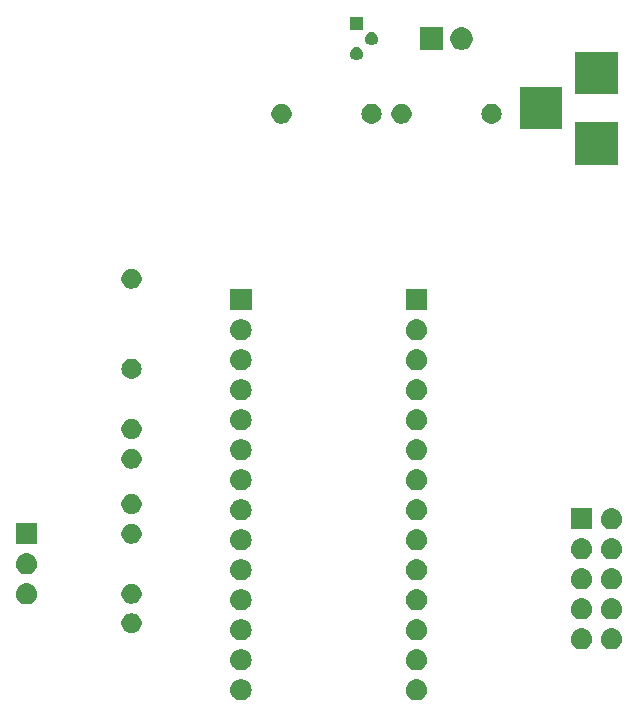
<source format=gbr>
G04 #@! TF.GenerationSoftware,KiCad,Pcbnew,(5.0.2)-1*
G04 #@! TF.CreationDate,2019-04-07T19:54:09+02:00*
G04 #@! TF.ProjectId,dip28_zif_programmer,64697032-385f-47a6-9966-5f70726f6772,rev?*
G04 #@! TF.SameCoordinates,Original*
G04 #@! TF.FileFunction,Soldermask,Top*
G04 #@! TF.FilePolarity,Negative*
%FSLAX46Y46*%
G04 Gerber Fmt 4.6, Leading zero omitted, Abs format (unit mm)*
G04 Created by KiCad (PCBNEW (5.0.2)-1) date 07/04/2019 19:54:09*
%MOMM*%
%LPD*%
G01*
G04 APERTURE LIST*
%ADD10C,0.100000*%
G04 APERTURE END LIST*
D10*
G36*
X157590443Y-111373519D02*
X157656627Y-111380037D01*
X157769853Y-111414384D01*
X157826467Y-111431557D01*
X157965087Y-111505652D01*
X157982991Y-111515222D01*
X158018729Y-111544552D01*
X158120186Y-111627814D01*
X158203448Y-111729271D01*
X158232778Y-111765009D01*
X158232779Y-111765011D01*
X158316443Y-111921533D01*
X158316443Y-111921534D01*
X158367963Y-112091373D01*
X158385359Y-112268000D01*
X158367963Y-112444627D01*
X158333616Y-112557853D01*
X158316443Y-112614467D01*
X158242348Y-112753087D01*
X158232778Y-112770991D01*
X158203448Y-112806729D01*
X158120186Y-112908186D01*
X158018729Y-112991448D01*
X157982991Y-113020778D01*
X157982989Y-113020779D01*
X157826467Y-113104443D01*
X157769853Y-113121616D01*
X157656627Y-113155963D01*
X157590442Y-113162482D01*
X157524260Y-113169000D01*
X157435740Y-113169000D01*
X157369558Y-113162482D01*
X157303373Y-113155963D01*
X157190147Y-113121616D01*
X157133533Y-113104443D01*
X156977011Y-113020779D01*
X156977009Y-113020778D01*
X156941271Y-112991448D01*
X156839814Y-112908186D01*
X156756552Y-112806729D01*
X156727222Y-112770991D01*
X156717652Y-112753087D01*
X156643557Y-112614467D01*
X156626384Y-112557853D01*
X156592037Y-112444627D01*
X156574641Y-112268000D01*
X156592037Y-112091373D01*
X156643557Y-111921534D01*
X156643557Y-111921533D01*
X156727221Y-111765011D01*
X156727222Y-111765009D01*
X156756552Y-111729271D01*
X156839814Y-111627814D01*
X156941271Y-111544552D01*
X156977009Y-111515222D01*
X156994913Y-111505652D01*
X157133533Y-111431557D01*
X157190147Y-111414384D01*
X157303373Y-111380037D01*
X157369557Y-111373519D01*
X157435740Y-111367000D01*
X157524260Y-111367000D01*
X157590443Y-111373519D01*
X157590443Y-111373519D01*
G37*
G36*
X142731443Y-111373519D02*
X142797627Y-111380037D01*
X142910853Y-111414384D01*
X142967467Y-111431557D01*
X143106087Y-111505652D01*
X143123991Y-111515222D01*
X143159729Y-111544552D01*
X143261186Y-111627814D01*
X143344448Y-111729271D01*
X143373778Y-111765009D01*
X143373779Y-111765011D01*
X143457443Y-111921533D01*
X143457443Y-111921534D01*
X143508963Y-112091373D01*
X143526359Y-112268000D01*
X143508963Y-112444627D01*
X143474616Y-112557853D01*
X143457443Y-112614467D01*
X143383348Y-112753087D01*
X143373778Y-112770991D01*
X143344448Y-112806729D01*
X143261186Y-112908186D01*
X143159729Y-112991448D01*
X143123991Y-113020778D01*
X143123989Y-113020779D01*
X142967467Y-113104443D01*
X142910853Y-113121616D01*
X142797627Y-113155963D01*
X142731442Y-113162482D01*
X142665260Y-113169000D01*
X142576740Y-113169000D01*
X142510558Y-113162482D01*
X142444373Y-113155963D01*
X142331147Y-113121616D01*
X142274533Y-113104443D01*
X142118011Y-113020779D01*
X142118009Y-113020778D01*
X142082271Y-112991448D01*
X141980814Y-112908186D01*
X141897552Y-112806729D01*
X141868222Y-112770991D01*
X141858652Y-112753087D01*
X141784557Y-112614467D01*
X141767384Y-112557853D01*
X141733037Y-112444627D01*
X141715641Y-112268000D01*
X141733037Y-112091373D01*
X141784557Y-111921534D01*
X141784557Y-111921533D01*
X141868221Y-111765011D01*
X141868222Y-111765009D01*
X141897552Y-111729271D01*
X141980814Y-111627814D01*
X142082271Y-111544552D01*
X142118009Y-111515222D01*
X142135913Y-111505652D01*
X142274533Y-111431557D01*
X142331147Y-111414384D01*
X142444373Y-111380037D01*
X142510557Y-111373519D01*
X142576740Y-111367000D01*
X142665260Y-111367000D01*
X142731443Y-111373519D01*
X142731443Y-111373519D01*
G37*
G36*
X157590443Y-108833519D02*
X157656627Y-108840037D01*
X157769853Y-108874384D01*
X157826467Y-108891557D01*
X157965087Y-108965652D01*
X157982991Y-108975222D01*
X158018729Y-109004552D01*
X158120186Y-109087814D01*
X158203448Y-109189271D01*
X158232778Y-109225009D01*
X158232779Y-109225011D01*
X158316443Y-109381533D01*
X158316443Y-109381534D01*
X158367963Y-109551373D01*
X158385359Y-109728000D01*
X158367963Y-109904627D01*
X158333616Y-110017853D01*
X158316443Y-110074467D01*
X158242348Y-110213087D01*
X158232778Y-110230991D01*
X158203448Y-110266729D01*
X158120186Y-110368186D01*
X158018729Y-110451448D01*
X157982991Y-110480778D01*
X157982989Y-110480779D01*
X157826467Y-110564443D01*
X157769853Y-110581616D01*
X157656627Y-110615963D01*
X157590442Y-110622482D01*
X157524260Y-110629000D01*
X157435740Y-110629000D01*
X157369558Y-110622482D01*
X157303373Y-110615963D01*
X157190147Y-110581616D01*
X157133533Y-110564443D01*
X156977011Y-110480779D01*
X156977009Y-110480778D01*
X156941271Y-110451448D01*
X156839814Y-110368186D01*
X156756552Y-110266729D01*
X156727222Y-110230991D01*
X156717652Y-110213087D01*
X156643557Y-110074467D01*
X156626384Y-110017853D01*
X156592037Y-109904627D01*
X156574641Y-109728000D01*
X156592037Y-109551373D01*
X156643557Y-109381534D01*
X156643557Y-109381533D01*
X156727221Y-109225011D01*
X156727222Y-109225009D01*
X156756552Y-109189271D01*
X156839814Y-109087814D01*
X156941271Y-109004552D01*
X156977009Y-108975222D01*
X156994913Y-108965652D01*
X157133533Y-108891557D01*
X157190147Y-108874384D01*
X157303373Y-108840037D01*
X157369557Y-108833519D01*
X157435740Y-108827000D01*
X157524260Y-108827000D01*
X157590443Y-108833519D01*
X157590443Y-108833519D01*
G37*
G36*
X142731443Y-108833519D02*
X142797627Y-108840037D01*
X142910853Y-108874384D01*
X142967467Y-108891557D01*
X143106087Y-108965652D01*
X143123991Y-108975222D01*
X143159729Y-109004552D01*
X143261186Y-109087814D01*
X143344448Y-109189271D01*
X143373778Y-109225009D01*
X143373779Y-109225011D01*
X143457443Y-109381533D01*
X143457443Y-109381534D01*
X143508963Y-109551373D01*
X143526359Y-109728000D01*
X143508963Y-109904627D01*
X143474616Y-110017853D01*
X143457443Y-110074467D01*
X143383348Y-110213087D01*
X143373778Y-110230991D01*
X143344448Y-110266729D01*
X143261186Y-110368186D01*
X143159729Y-110451448D01*
X143123991Y-110480778D01*
X143123989Y-110480779D01*
X142967467Y-110564443D01*
X142910853Y-110581616D01*
X142797627Y-110615963D01*
X142731442Y-110622482D01*
X142665260Y-110629000D01*
X142576740Y-110629000D01*
X142510558Y-110622482D01*
X142444373Y-110615963D01*
X142331147Y-110581616D01*
X142274533Y-110564443D01*
X142118011Y-110480779D01*
X142118009Y-110480778D01*
X142082271Y-110451448D01*
X141980814Y-110368186D01*
X141897552Y-110266729D01*
X141868222Y-110230991D01*
X141858652Y-110213087D01*
X141784557Y-110074467D01*
X141767384Y-110017853D01*
X141733037Y-109904627D01*
X141715641Y-109728000D01*
X141733037Y-109551373D01*
X141784557Y-109381534D01*
X141784557Y-109381533D01*
X141868221Y-109225011D01*
X141868222Y-109225009D01*
X141897552Y-109189271D01*
X141980814Y-109087814D01*
X142082271Y-109004552D01*
X142118009Y-108975222D01*
X142135913Y-108965652D01*
X142274533Y-108891557D01*
X142331147Y-108874384D01*
X142444373Y-108840037D01*
X142510557Y-108833519D01*
X142576740Y-108827000D01*
X142665260Y-108827000D01*
X142731443Y-108833519D01*
X142731443Y-108833519D01*
G37*
G36*
X174100442Y-107055518D02*
X174166627Y-107062037D01*
X174279853Y-107096384D01*
X174336467Y-107113557D01*
X174465413Y-107182481D01*
X174492991Y-107197222D01*
X174528729Y-107226552D01*
X174630186Y-107309814D01*
X174699394Y-107394146D01*
X174742778Y-107447009D01*
X174742779Y-107447011D01*
X174826443Y-107603533D01*
X174826443Y-107603534D01*
X174877963Y-107773373D01*
X174895359Y-107950000D01*
X174877963Y-108126627D01*
X174843616Y-108239853D01*
X174826443Y-108296467D01*
X174752348Y-108435087D01*
X174742778Y-108452991D01*
X174713448Y-108488729D01*
X174630186Y-108590186D01*
X174528729Y-108673448D01*
X174492991Y-108702778D01*
X174492989Y-108702779D01*
X174336467Y-108786443D01*
X174279853Y-108803616D01*
X174166627Y-108837963D01*
X174100442Y-108844482D01*
X174034260Y-108851000D01*
X173945740Y-108851000D01*
X173879558Y-108844482D01*
X173813373Y-108837963D01*
X173700147Y-108803616D01*
X173643533Y-108786443D01*
X173487011Y-108702779D01*
X173487009Y-108702778D01*
X173451271Y-108673448D01*
X173349814Y-108590186D01*
X173266552Y-108488729D01*
X173237222Y-108452991D01*
X173227652Y-108435087D01*
X173153557Y-108296467D01*
X173136384Y-108239853D01*
X173102037Y-108126627D01*
X173084641Y-107950000D01*
X173102037Y-107773373D01*
X173153557Y-107603534D01*
X173153557Y-107603533D01*
X173237221Y-107447011D01*
X173237222Y-107447009D01*
X173280606Y-107394146D01*
X173349814Y-107309814D01*
X173451271Y-107226552D01*
X173487009Y-107197222D01*
X173514587Y-107182481D01*
X173643533Y-107113557D01*
X173700147Y-107096384D01*
X173813373Y-107062037D01*
X173879558Y-107055518D01*
X173945740Y-107049000D01*
X174034260Y-107049000D01*
X174100442Y-107055518D01*
X174100442Y-107055518D01*
G37*
G36*
X171560442Y-107055518D02*
X171626627Y-107062037D01*
X171739853Y-107096384D01*
X171796467Y-107113557D01*
X171925413Y-107182481D01*
X171952991Y-107197222D01*
X171988729Y-107226552D01*
X172090186Y-107309814D01*
X172159394Y-107394146D01*
X172202778Y-107447009D01*
X172202779Y-107447011D01*
X172286443Y-107603533D01*
X172286443Y-107603534D01*
X172337963Y-107773373D01*
X172355359Y-107950000D01*
X172337963Y-108126627D01*
X172303616Y-108239853D01*
X172286443Y-108296467D01*
X172212348Y-108435087D01*
X172202778Y-108452991D01*
X172173448Y-108488729D01*
X172090186Y-108590186D01*
X171988729Y-108673448D01*
X171952991Y-108702778D01*
X171952989Y-108702779D01*
X171796467Y-108786443D01*
X171739853Y-108803616D01*
X171626627Y-108837963D01*
X171560442Y-108844482D01*
X171494260Y-108851000D01*
X171405740Y-108851000D01*
X171339558Y-108844482D01*
X171273373Y-108837963D01*
X171160147Y-108803616D01*
X171103533Y-108786443D01*
X170947011Y-108702779D01*
X170947009Y-108702778D01*
X170911271Y-108673448D01*
X170809814Y-108590186D01*
X170726552Y-108488729D01*
X170697222Y-108452991D01*
X170687652Y-108435087D01*
X170613557Y-108296467D01*
X170596384Y-108239853D01*
X170562037Y-108126627D01*
X170544641Y-107950000D01*
X170562037Y-107773373D01*
X170613557Y-107603534D01*
X170613557Y-107603533D01*
X170697221Y-107447011D01*
X170697222Y-107447009D01*
X170740606Y-107394146D01*
X170809814Y-107309814D01*
X170911271Y-107226552D01*
X170947009Y-107197222D01*
X170974587Y-107182481D01*
X171103533Y-107113557D01*
X171160147Y-107096384D01*
X171273373Y-107062037D01*
X171339558Y-107055518D01*
X171405740Y-107049000D01*
X171494260Y-107049000D01*
X171560442Y-107055518D01*
X171560442Y-107055518D01*
G37*
G36*
X157590442Y-106293518D02*
X157656627Y-106300037D01*
X157769853Y-106334384D01*
X157826467Y-106351557D01*
X157965087Y-106425652D01*
X157982991Y-106435222D01*
X158018729Y-106464552D01*
X158120186Y-106547814D01*
X158203448Y-106649271D01*
X158232778Y-106685009D01*
X158232779Y-106685011D01*
X158316443Y-106841533D01*
X158316443Y-106841534D01*
X158367963Y-107011373D01*
X158385359Y-107188000D01*
X158367963Y-107364627D01*
X158333616Y-107477853D01*
X158316443Y-107534467D01*
X158279526Y-107603533D01*
X158232778Y-107690991D01*
X158203448Y-107726729D01*
X158120186Y-107828186D01*
X158018729Y-107911448D01*
X157982991Y-107940778D01*
X157982989Y-107940779D01*
X157826467Y-108024443D01*
X157769853Y-108041616D01*
X157656627Y-108075963D01*
X157590442Y-108082482D01*
X157524260Y-108089000D01*
X157435740Y-108089000D01*
X157369558Y-108082482D01*
X157303373Y-108075963D01*
X157190147Y-108041616D01*
X157133533Y-108024443D01*
X156977011Y-107940779D01*
X156977009Y-107940778D01*
X156941271Y-107911448D01*
X156839814Y-107828186D01*
X156756552Y-107726729D01*
X156727222Y-107690991D01*
X156680474Y-107603533D01*
X156643557Y-107534467D01*
X156626384Y-107477853D01*
X156592037Y-107364627D01*
X156574641Y-107188000D01*
X156592037Y-107011373D01*
X156643557Y-106841534D01*
X156643557Y-106841533D01*
X156727221Y-106685011D01*
X156727222Y-106685009D01*
X156756552Y-106649271D01*
X156839814Y-106547814D01*
X156941271Y-106464552D01*
X156977009Y-106435222D01*
X156994913Y-106425652D01*
X157133533Y-106351557D01*
X157190147Y-106334384D01*
X157303373Y-106300037D01*
X157369558Y-106293518D01*
X157435740Y-106287000D01*
X157524260Y-106287000D01*
X157590442Y-106293518D01*
X157590442Y-106293518D01*
G37*
G36*
X142731442Y-106293518D02*
X142797627Y-106300037D01*
X142910853Y-106334384D01*
X142967467Y-106351557D01*
X143106087Y-106425652D01*
X143123991Y-106435222D01*
X143159729Y-106464552D01*
X143261186Y-106547814D01*
X143344448Y-106649271D01*
X143373778Y-106685009D01*
X143373779Y-106685011D01*
X143457443Y-106841533D01*
X143457443Y-106841534D01*
X143508963Y-107011373D01*
X143526359Y-107188000D01*
X143508963Y-107364627D01*
X143474616Y-107477853D01*
X143457443Y-107534467D01*
X143420526Y-107603533D01*
X143373778Y-107690991D01*
X143344448Y-107726729D01*
X143261186Y-107828186D01*
X143159729Y-107911448D01*
X143123991Y-107940778D01*
X143123989Y-107940779D01*
X142967467Y-108024443D01*
X142910853Y-108041616D01*
X142797627Y-108075963D01*
X142731442Y-108082482D01*
X142665260Y-108089000D01*
X142576740Y-108089000D01*
X142510558Y-108082482D01*
X142444373Y-108075963D01*
X142331147Y-108041616D01*
X142274533Y-108024443D01*
X142118011Y-107940779D01*
X142118009Y-107940778D01*
X142082271Y-107911448D01*
X141980814Y-107828186D01*
X141897552Y-107726729D01*
X141868222Y-107690991D01*
X141821474Y-107603533D01*
X141784557Y-107534467D01*
X141767384Y-107477853D01*
X141733037Y-107364627D01*
X141715641Y-107188000D01*
X141733037Y-107011373D01*
X141784557Y-106841534D01*
X141784557Y-106841533D01*
X141868221Y-106685011D01*
X141868222Y-106685009D01*
X141897552Y-106649271D01*
X141980814Y-106547814D01*
X142082271Y-106464552D01*
X142118009Y-106435222D01*
X142135913Y-106425652D01*
X142274533Y-106351557D01*
X142331147Y-106334384D01*
X142444373Y-106300037D01*
X142510558Y-106293518D01*
X142576740Y-106287000D01*
X142665260Y-106287000D01*
X142731442Y-106293518D01*
X142731442Y-106293518D01*
G37*
G36*
X133598228Y-105821703D02*
X133753100Y-105885853D01*
X133892481Y-105978985D01*
X134011015Y-106097519D01*
X134104147Y-106236900D01*
X134168297Y-106391772D01*
X134201000Y-106556184D01*
X134201000Y-106723816D01*
X134168297Y-106888228D01*
X134104147Y-107043100D01*
X134011015Y-107182481D01*
X133892481Y-107301015D01*
X133753100Y-107394147D01*
X133598228Y-107458297D01*
X133433816Y-107491000D01*
X133266184Y-107491000D01*
X133101772Y-107458297D01*
X132946900Y-107394147D01*
X132807519Y-107301015D01*
X132688985Y-107182481D01*
X132595853Y-107043100D01*
X132531703Y-106888228D01*
X132499000Y-106723816D01*
X132499000Y-106556184D01*
X132531703Y-106391772D01*
X132595853Y-106236900D01*
X132688985Y-106097519D01*
X132807519Y-105978985D01*
X132946900Y-105885853D01*
X133101772Y-105821703D01*
X133266184Y-105789000D01*
X133433816Y-105789000D01*
X133598228Y-105821703D01*
X133598228Y-105821703D01*
G37*
G36*
X171560443Y-104515519D02*
X171626627Y-104522037D01*
X171739853Y-104556384D01*
X171796467Y-104573557D01*
X171926363Y-104642989D01*
X171952991Y-104657222D01*
X171983769Y-104682481D01*
X172090186Y-104769814D01*
X172173448Y-104871271D01*
X172202778Y-104907009D01*
X172202779Y-104907011D01*
X172286443Y-105063533D01*
X172286443Y-105063534D01*
X172337963Y-105233373D01*
X172355359Y-105410000D01*
X172337963Y-105586627D01*
X172303616Y-105699853D01*
X172286443Y-105756467D01*
X172217284Y-105885853D01*
X172202778Y-105912991D01*
X172173448Y-105948729D01*
X172090186Y-106050186D01*
X171988729Y-106133448D01*
X171952991Y-106162778D01*
X171952989Y-106162779D01*
X171796467Y-106246443D01*
X171739853Y-106263616D01*
X171626627Y-106297963D01*
X171560442Y-106304482D01*
X171494260Y-106311000D01*
X171405740Y-106311000D01*
X171339558Y-106304482D01*
X171273373Y-106297963D01*
X171160147Y-106263616D01*
X171103533Y-106246443D01*
X170947011Y-106162779D01*
X170947009Y-106162778D01*
X170911271Y-106133448D01*
X170809814Y-106050186D01*
X170726552Y-105948729D01*
X170697222Y-105912991D01*
X170682716Y-105885853D01*
X170613557Y-105756467D01*
X170596384Y-105699853D01*
X170562037Y-105586627D01*
X170544641Y-105410000D01*
X170562037Y-105233373D01*
X170613557Y-105063534D01*
X170613557Y-105063533D01*
X170697221Y-104907011D01*
X170697222Y-104907009D01*
X170726552Y-104871271D01*
X170809814Y-104769814D01*
X170916231Y-104682481D01*
X170947009Y-104657222D01*
X170973637Y-104642989D01*
X171103533Y-104573557D01*
X171160147Y-104556384D01*
X171273373Y-104522037D01*
X171339557Y-104515519D01*
X171405740Y-104509000D01*
X171494260Y-104509000D01*
X171560443Y-104515519D01*
X171560443Y-104515519D01*
G37*
G36*
X174100443Y-104515519D02*
X174166627Y-104522037D01*
X174279853Y-104556384D01*
X174336467Y-104573557D01*
X174466363Y-104642989D01*
X174492991Y-104657222D01*
X174523769Y-104682481D01*
X174630186Y-104769814D01*
X174713448Y-104871271D01*
X174742778Y-104907009D01*
X174742779Y-104907011D01*
X174826443Y-105063533D01*
X174826443Y-105063534D01*
X174877963Y-105233373D01*
X174895359Y-105410000D01*
X174877963Y-105586627D01*
X174843616Y-105699853D01*
X174826443Y-105756467D01*
X174757284Y-105885853D01*
X174742778Y-105912991D01*
X174713448Y-105948729D01*
X174630186Y-106050186D01*
X174528729Y-106133448D01*
X174492991Y-106162778D01*
X174492989Y-106162779D01*
X174336467Y-106246443D01*
X174279853Y-106263616D01*
X174166627Y-106297963D01*
X174100442Y-106304482D01*
X174034260Y-106311000D01*
X173945740Y-106311000D01*
X173879558Y-106304482D01*
X173813373Y-106297963D01*
X173700147Y-106263616D01*
X173643533Y-106246443D01*
X173487011Y-106162779D01*
X173487009Y-106162778D01*
X173451271Y-106133448D01*
X173349814Y-106050186D01*
X173266552Y-105948729D01*
X173237222Y-105912991D01*
X173222716Y-105885853D01*
X173153557Y-105756467D01*
X173136384Y-105699853D01*
X173102037Y-105586627D01*
X173084641Y-105410000D01*
X173102037Y-105233373D01*
X173153557Y-105063534D01*
X173153557Y-105063533D01*
X173237221Y-104907011D01*
X173237222Y-104907009D01*
X173266552Y-104871271D01*
X173349814Y-104769814D01*
X173456231Y-104682481D01*
X173487009Y-104657222D01*
X173513637Y-104642989D01*
X173643533Y-104573557D01*
X173700147Y-104556384D01*
X173813373Y-104522037D01*
X173879557Y-104515519D01*
X173945740Y-104509000D01*
X174034260Y-104509000D01*
X174100443Y-104515519D01*
X174100443Y-104515519D01*
G37*
G36*
X142731442Y-103753518D02*
X142797627Y-103760037D01*
X142908049Y-103793533D01*
X142967467Y-103811557D01*
X143106087Y-103885652D01*
X143123991Y-103895222D01*
X143159729Y-103924552D01*
X143261186Y-104007814D01*
X143344448Y-104109271D01*
X143373778Y-104145009D01*
X143373779Y-104145011D01*
X143457443Y-104301533D01*
X143474616Y-104358147D01*
X143508963Y-104471373D01*
X143526359Y-104648000D01*
X143508963Y-104824627D01*
X143487874Y-104894147D01*
X143457443Y-104994467D01*
X143432570Y-105041000D01*
X143373778Y-105150991D01*
X143344448Y-105186729D01*
X143261186Y-105288186D01*
X143159729Y-105371448D01*
X143123991Y-105400778D01*
X143123989Y-105400779D01*
X142967467Y-105484443D01*
X142910853Y-105501616D01*
X142797627Y-105535963D01*
X142731442Y-105542482D01*
X142665260Y-105549000D01*
X142576740Y-105549000D01*
X142510558Y-105542482D01*
X142444373Y-105535963D01*
X142331147Y-105501616D01*
X142274533Y-105484443D01*
X142118011Y-105400779D01*
X142118009Y-105400778D01*
X142082271Y-105371448D01*
X141980814Y-105288186D01*
X141897552Y-105186729D01*
X141868222Y-105150991D01*
X141809430Y-105041000D01*
X141784557Y-104994467D01*
X141754126Y-104894147D01*
X141733037Y-104824627D01*
X141715641Y-104648000D01*
X141733037Y-104471373D01*
X141767384Y-104358147D01*
X141784557Y-104301533D01*
X141868221Y-104145011D01*
X141868222Y-104145009D01*
X141897552Y-104109271D01*
X141980814Y-104007814D01*
X142082271Y-103924552D01*
X142118009Y-103895222D01*
X142135913Y-103885652D01*
X142274533Y-103811557D01*
X142333951Y-103793533D01*
X142444373Y-103760037D01*
X142510558Y-103753518D01*
X142576740Y-103747000D01*
X142665260Y-103747000D01*
X142731442Y-103753518D01*
X142731442Y-103753518D01*
G37*
G36*
X157590442Y-103753518D02*
X157656627Y-103760037D01*
X157767049Y-103793533D01*
X157826467Y-103811557D01*
X157965087Y-103885652D01*
X157982991Y-103895222D01*
X158018729Y-103924552D01*
X158120186Y-104007814D01*
X158203448Y-104109271D01*
X158232778Y-104145009D01*
X158232779Y-104145011D01*
X158316443Y-104301533D01*
X158333616Y-104358147D01*
X158367963Y-104471373D01*
X158385359Y-104648000D01*
X158367963Y-104824627D01*
X158346874Y-104894147D01*
X158316443Y-104994467D01*
X158291570Y-105041000D01*
X158232778Y-105150991D01*
X158203448Y-105186729D01*
X158120186Y-105288186D01*
X158018729Y-105371448D01*
X157982991Y-105400778D01*
X157982989Y-105400779D01*
X157826467Y-105484443D01*
X157769853Y-105501616D01*
X157656627Y-105535963D01*
X157590442Y-105542482D01*
X157524260Y-105549000D01*
X157435740Y-105549000D01*
X157369558Y-105542482D01*
X157303373Y-105535963D01*
X157190147Y-105501616D01*
X157133533Y-105484443D01*
X156977011Y-105400779D01*
X156977009Y-105400778D01*
X156941271Y-105371448D01*
X156839814Y-105288186D01*
X156756552Y-105186729D01*
X156727222Y-105150991D01*
X156668430Y-105041000D01*
X156643557Y-104994467D01*
X156613126Y-104894147D01*
X156592037Y-104824627D01*
X156574641Y-104648000D01*
X156592037Y-104471373D01*
X156626384Y-104358147D01*
X156643557Y-104301533D01*
X156727221Y-104145011D01*
X156727222Y-104145009D01*
X156756552Y-104109271D01*
X156839814Y-104007814D01*
X156941271Y-103924552D01*
X156977009Y-103895222D01*
X156994913Y-103885652D01*
X157133533Y-103811557D01*
X157192951Y-103793533D01*
X157303373Y-103760037D01*
X157369558Y-103753518D01*
X157435740Y-103747000D01*
X157524260Y-103747000D01*
X157590442Y-103753518D01*
X157590442Y-103753518D01*
G37*
G36*
X124570443Y-103245519D02*
X124636627Y-103252037D01*
X124749853Y-103286384D01*
X124806467Y-103303557D01*
X124936363Y-103372989D01*
X124962991Y-103387222D01*
X124998729Y-103416552D01*
X125100186Y-103499814D01*
X125180369Y-103597519D01*
X125212778Y-103637009D01*
X125212779Y-103637011D01*
X125296443Y-103793533D01*
X125296443Y-103793534D01*
X125347963Y-103963373D01*
X125365359Y-104140000D01*
X125347963Y-104316627D01*
X125326243Y-104388228D01*
X125296443Y-104486467D01*
X125249892Y-104573557D01*
X125212778Y-104642991D01*
X125183448Y-104678729D01*
X125100186Y-104780186D01*
X124998729Y-104863448D01*
X124962991Y-104892778D01*
X124962989Y-104892779D01*
X124806467Y-104976443D01*
X124758478Y-104991000D01*
X124636627Y-105027963D01*
X124570442Y-105034482D01*
X124504260Y-105041000D01*
X124415740Y-105041000D01*
X124349557Y-105034481D01*
X124283373Y-105027963D01*
X124161522Y-104991000D01*
X124113533Y-104976443D01*
X123957011Y-104892779D01*
X123957009Y-104892778D01*
X123921271Y-104863448D01*
X123819814Y-104780186D01*
X123736552Y-104678729D01*
X123707222Y-104642991D01*
X123670108Y-104573557D01*
X123623557Y-104486467D01*
X123593757Y-104388228D01*
X123572037Y-104316627D01*
X123554641Y-104140000D01*
X123572037Y-103963373D01*
X123623557Y-103793534D01*
X123623557Y-103793533D01*
X123707221Y-103637011D01*
X123707222Y-103637009D01*
X123739631Y-103597519D01*
X123819814Y-103499814D01*
X123921271Y-103416552D01*
X123957009Y-103387222D01*
X123983637Y-103372989D01*
X124113533Y-103303557D01*
X124170147Y-103286384D01*
X124283373Y-103252037D01*
X124349558Y-103245518D01*
X124415740Y-103239000D01*
X124504260Y-103239000D01*
X124570443Y-103245519D01*
X124570443Y-103245519D01*
G37*
G36*
X133598228Y-103321703D02*
X133753100Y-103385853D01*
X133892481Y-103478985D01*
X134011015Y-103597519D01*
X134104147Y-103736900D01*
X134168297Y-103891772D01*
X134201000Y-104056184D01*
X134201000Y-104223816D01*
X134168297Y-104388228D01*
X134104147Y-104543100D01*
X134011015Y-104682481D01*
X133892481Y-104801015D01*
X133753100Y-104894147D01*
X133598228Y-104958297D01*
X133433816Y-104991000D01*
X133266184Y-104991000D01*
X133101772Y-104958297D01*
X132946900Y-104894147D01*
X132807519Y-104801015D01*
X132688985Y-104682481D01*
X132595853Y-104543100D01*
X132531703Y-104388228D01*
X132499000Y-104223816D01*
X132499000Y-104056184D01*
X132531703Y-103891772D01*
X132595853Y-103736900D01*
X132688985Y-103597519D01*
X132807519Y-103478985D01*
X132946900Y-103385853D01*
X133101772Y-103321703D01*
X133266184Y-103289000D01*
X133433816Y-103289000D01*
X133598228Y-103321703D01*
X133598228Y-103321703D01*
G37*
G36*
X171560442Y-101975518D02*
X171626627Y-101982037D01*
X171739853Y-102016384D01*
X171796467Y-102033557D01*
X171926363Y-102102989D01*
X171952991Y-102117222D01*
X171988729Y-102146552D01*
X172090186Y-102229814D01*
X172173448Y-102331271D01*
X172202778Y-102367009D01*
X172202779Y-102367011D01*
X172286443Y-102523533D01*
X172286443Y-102523534D01*
X172337963Y-102693373D01*
X172355359Y-102870000D01*
X172337963Y-103046627D01*
X172303616Y-103159853D01*
X172286443Y-103216467D01*
X172239892Y-103303557D01*
X172202778Y-103372991D01*
X172173448Y-103408729D01*
X172090186Y-103510186D01*
X171988729Y-103593448D01*
X171952991Y-103622778D01*
X171952989Y-103622779D01*
X171796467Y-103706443D01*
X171739853Y-103723616D01*
X171626627Y-103757963D01*
X171560443Y-103764481D01*
X171494260Y-103771000D01*
X171405740Y-103771000D01*
X171339557Y-103764481D01*
X171273373Y-103757963D01*
X171160147Y-103723616D01*
X171103533Y-103706443D01*
X170947011Y-103622779D01*
X170947009Y-103622778D01*
X170911271Y-103593448D01*
X170809814Y-103510186D01*
X170726552Y-103408729D01*
X170697222Y-103372991D01*
X170660108Y-103303557D01*
X170613557Y-103216467D01*
X170596384Y-103159853D01*
X170562037Y-103046627D01*
X170544641Y-102870000D01*
X170562037Y-102693373D01*
X170613557Y-102523534D01*
X170613557Y-102523533D01*
X170697221Y-102367011D01*
X170697222Y-102367009D01*
X170726552Y-102331271D01*
X170809814Y-102229814D01*
X170911271Y-102146552D01*
X170947009Y-102117222D01*
X170973637Y-102102989D01*
X171103533Y-102033557D01*
X171160147Y-102016384D01*
X171273373Y-101982037D01*
X171339558Y-101975518D01*
X171405740Y-101969000D01*
X171494260Y-101969000D01*
X171560442Y-101975518D01*
X171560442Y-101975518D01*
G37*
G36*
X174100442Y-101975518D02*
X174166627Y-101982037D01*
X174279853Y-102016384D01*
X174336467Y-102033557D01*
X174466363Y-102102989D01*
X174492991Y-102117222D01*
X174528729Y-102146552D01*
X174630186Y-102229814D01*
X174713448Y-102331271D01*
X174742778Y-102367009D01*
X174742779Y-102367011D01*
X174826443Y-102523533D01*
X174826443Y-102523534D01*
X174877963Y-102693373D01*
X174895359Y-102870000D01*
X174877963Y-103046627D01*
X174843616Y-103159853D01*
X174826443Y-103216467D01*
X174779892Y-103303557D01*
X174742778Y-103372991D01*
X174713448Y-103408729D01*
X174630186Y-103510186D01*
X174528729Y-103593448D01*
X174492991Y-103622778D01*
X174492989Y-103622779D01*
X174336467Y-103706443D01*
X174279853Y-103723616D01*
X174166627Y-103757963D01*
X174100443Y-103764481D01*
X174034260Y-103771000D01*
X173945740Y-103771000D01*
X173879557Y-103764481D01*
X173813373Y-103757963D01*
X173700147Y-103723616D01*
X173643533Y-103706443D01*
X173487011Y-103622779D01*
X173487009Y-103622778D01*
X173451271Y-103593448D01*
X173349814Y-103510186D01*
X173266552Y-103408729D01*
X173237222Y-103372991D01*
X173200108Y-103303557D01*
X173153557Y-103216467D01*
X173136384Y-103159853D01*
X173102037Y-103046627D01*
X173084641Y-102870000D01*
X173102037Y-102693373D01*
X173153557Y-102523534D01*
X173153557Y-102523533D01*
X173237221Y-102367011D01*
X173237222Y-102367009D01*
X173266552Y-102331271D01*
X173349814Y-102229814D01*
X173451271Y-102146552D01*
X173487009Y-102117222D01*
X173513637Y-102102989D01*
X173643533Y-102033557D01*
X173700147Y-102016384D01*
X173813373Y-101982037D01*
X173879558Y-101975518D01*
X173945740Y-101969000D01*
X174034260Y-101969000D01*
X174100442Y-101975518D01*
X174100442Y-101975518D01*
G37*
G36*
X142731442Y-101213518D02*
X142797627Y-101220037D01*
X142908049Y-101253533D01*
X142967467Y-101271557D01*
X143106087Y-101345652D01*
X143123991Y-101355222D01*
X143159729Y-101384552D01*
X143261186Y-101467814D01*
X143344448Y-101569271D01*
X143373778Y-101605009D01*
X143373779Y-101605011D01*
X143457443Y-101761533D01*
X143474616Y-101818147D01*
X143508963Y-101931373D01*
X143526359Y-102108000D01*
X143508963Y-102284627D01*
X143488289Y-102352779D01*
X143457443Y-102454467D01*
X143432570Y-102501000D01*
X143373778Y-102610991D01*
X143344448Y-102646729D01*
X143261186Y-102748186D01*
X143159729Y-102831448D01*
X143123991Y-102860778D01*
X143123989Y-102860779D01*
X142967467Y-102944443D01*
X142910853Y-102961616D01*
X142797627Y-102995963D01*
X142731443Y-103002481D01*
X142665260Y-103009000D01*
X142576740Y-103009000D01*
X142510558Y-103002482D01*
X142444373Y-102995963D01*
X142331147Y-102961616D01*
X142274533Y-102944443D01*
X142118011Y-102860779D01*
X142118009Y-102860778D01*
X142082271Y-102831448D01*
X141980814Y-102748186D01*
X141897552Y-102646729D01*
X141868222Y-102610991D01*
X141809430Y-102501000D01*
X141784557Y-102454467D01*
X141753711Y-102352779D01*
X141733037Y-102284627D01*
X141715641Y-102108000D01*
X141733037Y-101931373D01*
X141767384Y-101818147D01*
X141784557Y-101761533D01*
X141868221Y-101605011D01*
X141868222Y-101605009D01*
X141897552Y-101569271D01*
X141980814Y-101467814D01*
X142082271Y-101384552D01*
X142118009Y-101355222D01*
X142135913Y-101345652D01*
X142274533Y-101271557D01*
X142333951Y-101253533D01*
X142444373Y-101220037D01*
X142510557Y-101213519D01*
X142576740Y-101207000D01*
X142665260Y-101207000D01*
X142731442Y-101213518D01*
X142731442Y-101213518D01*
G37*
G36*
X157590442Y-101213518D02*
X157656627Y-101220037D01*
X157767049Y-101253533D01*
X157826467Y-101271557D01*
X157965087Y-101345652D01*
X157982991Y-101355222D01*
X158018729Y-101384552D01*
X158120186Y-101467814D01*
X158203448Y-101569271D01*
X158232778Y-101605009D01*
X158232779Y-101605011D01*
X158316443Y-101761533D01*
X158333616Y-101818147D01*
X158367963Y-101931373D01*
X158385359Y-102108000D01*
X158367963Y-102284627D01*
X158347289Y-102352779D01*
X158316443Y-102454467D01*
X158291570Y-102501000D01*
X158232778Y-102610991D01*
X158203448Y-102646729D01*
X158120186Y-102748186D01*
X158018729Y-102831448D01*
X157982991Y-102860778D01*
X157982989Y-102860779D01*
X157826467Y-102944443D01*
X157769853Y-102961616D01*
X157656627Y-102995963D01*
X157590443Y-103002481D01*
X157524260Y-103009000D01*
X157435740Y-103009000D01*
X157369558Y-103002482D01*
X157303373Y-102995963D01*
X157190147Y-102961616D01*
X157133533Y-102944443D01*
X156977011Y-102860779D01*
X156977009Y-102860778D01*
X156941271Y-102831448D01*
X156839814Y-102748186D01*
X156756552Y-102646729D01*
X156727222Y-102610991D01*
X156668430Y-102501000D01*
X156643557Y-102454467D01*
X156612711Y-102352779D01*
X156592037Y-102284627D01*
X156574641Y-102108000D01*
X156592037Y-101931373D01*
X156626384Y-101818147D01*
X156643557Y-101761533D01*
X156727221Y-101605011D01*
X156727222Y-101605009D01*
X156756552Y-101569271D01*
X156839814Y-101467814D01*
X156941271Y-101384552D01*
X156977009Y-101355222D01*
X156994913Y-101345652D01*
X157133533Y-101271557D01*
X157192951Y-101253533D01*
X157303373Y-101220037D01*
X157369557Y-101213519D01*
X157435740Y-101207000D01*
X157524260Y-101207000D01*
X157590442Y-101213518D01*
X157590442Y-101213518D01*
G37*
G36*
X124570443Y-100705519D02*
X124636627Y-100712037D01*
X124749853Y-100746384D01*
X124806467Y-100763557D01*
X124936363Y-100832989D01*
X124962991Y-100847222D01*
X124998729Y-100876552D01*
X125100186Y-100959814D01*
X125183448Y-101061271D01*
X125212778Y-101097009D01*
X125212779Y-101097011D01*
X125296443Y-101253533D01*
X125296443Y-101253534D01*
X125347963Y-101423373D01*
X125365359Y-101600000D01*
X125347963Y-101776627D01*
X125313616Y-101889853D01*
X125296443Y-101946467D01*
X125277430Y-101982037D01*
X125212778Y-102102991D01*
X125183448Y-102138729D01*
X125100186Y-102240186D01*
X124998729Y-102323448D01*
X124962991Y-102352778D01*
X124962989Y-102352779D01*
X124806467Y-102436443D01*
X124749853Y-102453616D01*
X124636627Y-102487963D01*
X124570442Y-102494482D01*
X124504260Y-102501000D01*
X124415740Y-102501000D01*
X124349558Y-102494482D01*
X124283373Y-102487963D01*
X124170147Y-102453616D01*
X124113533Y-102436443D01*
X123957011Y-102352779D01*
X123957009Y-102352778D01*
X123921271Y-102323448D01*
X123819814Y-102240186D01*
X123736552Y-102138729D01*
X123707222Y-102102991D01*
X123642570Y-101982037D01*
X123623557Y-101946467D01*
X123606384Y-101889853D01*
X123572037Y-101776627D01*
X123554641Y-101600000D01*
X123572037Y-101423373D01*
X123623557Y-101253534D01*
X123623557Y-101253533D01*
X123707221Y-101097011D01*
X123707222Y-101097009D01*
X123736552Y-101061271D01*
X123819814Y-100959814D01*
X123921271Y-100876552D01*
X123957009Y-100847222D01*
X123983637Y-100832989D01*
X124113533Y-100763557D01*
X124170147Y-100746384D01*
X124283373Y-100712037D01*
X124349557Y-100705519D01*
X124415740Y-100699000D01*
X124504260Y-100699000D01*
X124570443Y-100705519D01*
X124570443Y-100705519D01*
G37*
G36*
X174100443Y-99435519D02*
X174166627Y-99442037D01*
X174279853Y-99476384D01*
X174336467Y-99493557D01*
X174475087Y-99567652D01*
X174492991Y-99577222D01*
X174523769Y-99602481D01*
X174630186Y-99689814D01*
X174713448Y-99791271D01*
X174742778Y-99827009D01*
X174742779Y-99827011D01*
X174826443Y-99983533D01*
X174826443Y-99983534D01*
X174877963Y-100153373D01*
X174895359Y-100330000D01*
X174877963Y-100506627D01*
X174843616Y-100619853D01*
X174826443Y-100676467D01*
X174807430Y-100712037D01*
X174742778Y-100832991D01*
X174713448Y-100868729D01*
X174630186Y-100970186D01*
X174528729Y-101053448D01*
X174492991Y-101082778D01*
X174492989Y-101082779D01*
X174336467Y-101166443D01*
X174279853Y-101183616D01*
X174166627Y-101217963D01*
X174100443Y-101224481D01*
X174034260Y-101231000D01*
X173945740Y-101231000D01*
X173879558Y-101224482D01*
X173813373Y-101217963D01*
X173700147Y-101183616D01*
X173643533Y-101166443D01*
X173487011Y-101082779D01*
X173487009Y-101082778D01*
X173451271Y-101053448D01*
X173349814Y-100970186D01*
X173266552Y-100868729D01*
X173237222Y-100832991D01*
X173172570Y-100712037D01*
X173153557Y-100676467D01*
X173136384Y-100619853D01*
X173102037Y-100506627D01*
X173084641Y-100330000D01*
X173102037Y-100153373D01*
X173153557Y-99983534D01*
X173153557Y-99983533D01*
X173237221Y-99827011D01*
X173237222Y-99827009D01*
X173266552Y-99791271D01*
X173349814Y-99689814D01*
X173456231Y-99602481D01*
X173487009Y-99577222D01*
X173504913Y-99567652D01*
X173643533Y-99493557D01*
X173700147Y-99476384D01*
X173813373Y-99442037D01*
X173879558Y-99435518D01*
X173945740Y-99429000D01*
X174034260Y-99429000D01*
X174100443Y-99435519D01*
X174100443Y-99435519D01*
G37*
G36*
X171560443Y-99435519D02*
X171626627Y-99442037D01*
X171739853Y-99476384D01*
X171796467Y-99493557D01*
X171935087Y-99567652D01*
X171952991Y-99577222D01*
X171983769Y-99602481D01*
X172090186Y-99689814D01*
X172173448Y-99791271D01*
X172202778Y-99827009D01*
X172202779Y-99827011D01*
X172286443Y-99983533D01*
X172286443Y-99983534D01*
X172337963Y-100153373D01*
X172355359Y-100330000D01*
X172337963Y-100506627D01*
X172303616Y-100619853D01*
X172286443Y-100676467D01*
X172267430Y-100712037D01*
X172202778Y-100832991D01*
X172173448Y-100868729D01*
X172090186Y-100970186D01*
X171988729Y-101053448D01*
X171952991Y-101082778D01*
X171952989Y-101082779D01*
X171796467Y-101166443D01*
X171739853Y-101183616D01*
X171626627Y-101217963D01*
X171560443Y-101224481D01*
X171494260Y-101231000D01*
X171405740Y-101231000D01*
X171339558Y-101224482D01*
X171273373Y-101217963D01*
X171160147Y-101183616D01*
X171103533Y-101166443D01*
X170947011Y-101082779D01*
X170947009Y-101082778D01*
X170911271Y-101053448D01*
X170809814Y-100970186D01*
X170726552Y-100868729D01*
X170697222Y-100832991D01*
X170632570Y-100712037D01*
X170613557Y-100676467D01*
X170596384Y-100619853D01*
X170562037Y-100506627D01*
X170544641Y-100330000D01*
X170562037Y-100153373D01*
X170613557Y-99983534D01*
X170613557Y-99983533D01*
X170697221Y-99827011D01*
X170697222Y-99827009D01*
X170726552Y-99791271D01*
X170809814Y-99689814D01*
X170916231Y-99602481D01*
X170947009Y-99577222D01*
X170964913Y-99567652D01*
X171103533Y-99493557D01*
X171160147Y-99476384D01*
X171273373Y-99442037D01*
X171339558Y-99435518D01*
X171405740Y-99429000D01*
X171494260Y-99429000D01*
X171560443Y-99435519D01*
X171560443Y-99435519D01*
G37*
G36*
X142731442Y-98673518D02*
X142797627Y-98680037D01*
X142910853Y-98714384D01*
X142967467Y-98731557D01*
X143106087Y-98805652D01*
X143123991Y-98815222D01*
X143159729Y-98844552D01*
X143261186Y-98927814D01*
X143344448Y-99029271D01*
X143373778Y-99065009D01*
X143373779Y-99065011D01*
X143457443Y-99221533D01*
X143457443Y-99221534D01*
X143508963Y-99391373D01*
X143526359Y-99568000D01*
X143508963Y-99744627D01*
X143487874Y-99814147D01*
X143457443Y-99914467D01*
X143432570Y-99961000D01*
X143373778Y-100070991D01*
X143344448Y-100106729D01*
X143261186Y-100208186D01*
X143159729Y-100291448D01*
X143123991Y-100320778D01*
X143123989Y-100320779D01*
X142967467Y-100404443D01*
X142910853Y-100421616D01*
X142797627Y-100455963D01*
X142731442Y-100462482D01*
X142665260Y-100469000D01*
X142576740Y-100469000D01*
X142510557Y-100462481D01*
X142444373Y-100455963D01*
X142331147Y-100421616D01*
X142274533Y-100404443D01*
X142118011Y-100320779D01*
X142118009Y-100320778D01*
X142082271Y-100291448D01*
X141980814Y-100208186D01*
X141897552Y-100106729D01*
X141868222Y-100070991D01*
X141809430Y-99961000D01*
X141784557Y-99914467D01*
X141754126Y-99814147D01*
X141733037Y-99744627D01*
X141715641Y-99568000D01*
X141733037Y-99391373D01*
X141784557Y-99221534D01*
X141784557Y-99221533D01*
X141868221Y-99065011D01*
X141868222Y-99065009D01*
X141897552Y-99029271D01*
X141980814Y-98927814D01*
X142082271Y-98844552D01*
X142118009Y-98815222D01*
X142135913Y-98805652D01*
X142274533Y-98731557D01*
X142331147Y-98714384D01*
X142444373Y-98680037D01*
X142510558Y-98673518D01*
X142576740Y-98667000D01*
X142665260Y-98667000D01*
X142731442Y-98673518D01*
X142731442Y-98673518D01*
G37*
G36*
X157590442Y-98673518D02*
X157656627Y-98680037D01*
X157769853Y-98714384D01*
X157826467Y-98731557D01*
X157965087Y-98805652D01*
X157982991Y-98815222D01*
X158018729Y-98844552D01*
X158120186Y-98927814D01*
X158203448Y-99029271D01*
X158232778Y-99065009D01*
X158232779Y-99065011D01*
X158316443Y-99221533D01*
X158316443Y-99221534D01*
X158367963Y-99391373D01*
X158385359Y-99568000D01*
X158367963Y-99744627D01*
X158346874Y-99814147D01*
X158316443Y-99914467D01*
X158291570Y-99961000D01*
X158232778Y-100070991D01*
X158203448Y-100106729D01*
X158120186Y-100208186D01*
X158018729Y-100291448D01*
X157982991Y-100320778D01*
X157982989Y-100320779D01*
X157826467Y-100404443D01*
X157769853Y-100421616D01*
X157656627Y-100455963D01*
X157590442Y-100462482D01*
X157524260Y-100469000D01*
X157435740Y-100469000D01*
X157369557Y-100462481D01*
X157303373Y-100455963D01*
X157190147Y-100421616D01*
X157133533Y-100404443D01*
X156977011Y-100320779D01*
X156977009Y-100320778D01*
X156941271Y-100291448D01*
X156839814Y-100208186D01*
X156756552Y-100106729D01*
X156727222Y-100070991D01*
X156668430Y-99961000D01*
X156643557Y-99914467D01*
X156613126Y-99814147D01*
X156592037Y-99744627D01*
X156574641Y-99568000D01*
X156592037Y-99391373D01*
X156643557Y-99221534D01*
X156643557Y-99221533D01*
X156727221Y-99065011D01*
X156727222Y-99065009D01*
X156756552Y-99029271D01*
X156839814Y-98927814D01*
X156941271Y-98844552D01*
X156977009Y-98815222D01*
X156994913Y-98805652D01*
X157133533Y-98731557D01*
X157190147Y-98714384D01*
X157303373Y-98680037D01*
X157369558Y-98673518D01*
X157435740Y-98667000D01*
X157524260Y-98667000D01*
X157590442Y-98673518D01*
X157590442Y-98673518D01*
G37*
G36*
X125361000Y-99961000D02*
X123559000Y-99961000D01*
X123559000Y-98159000D01*
X125361000Y-98159000D01*
X125361000Y-99961000D01*
X125361000Y-99961000D01*
G37*
G36*
X133598228Y-98241703D02*
X133753100Y-98305853D01*
X133892481Y-98398985D01*
X134011015Y-98517519D01*
X134104147Y-98656900D01*
X134168297Y-98811772D01*
X134201000Y-98976184D01*
X134201000Y-99143816D01*
X134168297Y-99308228D01*
X134104147Y-99463100D01*
X134011015Y-99602481D01*
X133892481Y-99721015D01*
X133753100Y-99814147D01*
X133598228Y-99878297D01*
X133433816Y-99911000D01*
X133266184Y-99911000D01*
X133101772Y-99878297D01*
X132946900Y-99814147D01*
X132807519Y-99721015D01*
X132688985Y-99602481D01*
X132595853Y-99463100D01*
X132531703Y-99308228D01*
X132499000Y-99143816D01*
X132499000Y-98976184D01*
X132531703Y-98811772D01*
X132595853Y-98656900D01*
X132688985Y-98517519D01*
X132807519Y-98398985D01*
X132946900Y-98305853D01*
X133101772Y-98241703D01*
X133266184Y-98209000D01*
X133433816Y-98209000D01*
X133598228Y-98241703D01*
X133598228Y-98241703D01*
G37*
G36*
X174100442Y-96895518D02*
X174166627Y-96902037D01*
X174279853Y-96936384D01*
X174336467Y-96953557D01*
X174354320Y-96963100D01*
X174492991Y-97037222D01*
X174528729Y-97066552D01*
X174630186Y-97149814D01*
X174688617Y-97221014D01*
X174742778Y-97287009D01*
X174742779Y-97287011D01*
X174826443Y-97443533D01*
X174826443Y-97443534D01*
X174877963Y-97613373D01*
X174895359Y-97790000D01*
X174877963Y-97966627D01*
X174843616Y-98079853D01*
X174826443Y-98136467D01*
X174770192Y-98241703D01*
X174742778Y-98292991D01*
X174713448Y-98328729D01*
X174630186Y-98430186D01*
X174528729Y-98513448D01*
X174492991Y-98542778D01*
X174492989Y-98542779D01*
X174336467Y-98626443D01*
X174279853Y-98643616D01*
X174166627Y-98677963D01*
X174100442Y-98684482D01*
X174034260Y-98691000D01*
X173945740Y-98691000D01*
X173879558Y-98684482D01*
X173813373Y-98677963D01*
X173700147Y-98643616D01*
X173643533Y-98626443D01*
X173487011Y-98542779D01*
X173487009Y-98542778D01*
X173451271Y-98513448D01*
X173349814Y-98430186D01*
X173266552Y-98328729D01*
X173237222Y-98292991D01*
X173209808Y-98241703D01*
X173153557Y-98136467D01*
X173136384Y-98079853D01*
X173102037Y-97966627D01*
X173084641Y-97790000D01*
X173102037Y-97613373D01*
X173153557Y-97443534D01*
X173153557Y-97443533D01*
X173237221Y-97287011D01*
X173237222Y-97287009D01*
X173291383Y-97221014D01*
X173349814Y-97149814D01*
X173451271Y-97066552D01*
X173487009Y-97037222D01*
X173625680Y-96963100D01*
X173643533Y-96953557D01*
X173700147Y-96936384D01*
X173813373Y-96902037D01*
X173879558Y-96895518D01*
X173945740Y-96889000D01*
X174034260Y-96889000D01*
X174100442Y-96895518D01*
X174100442Y-96895518D01*
G37*
G36*
X172351000Y-98691000D02*
X170549000Y-98691000D01*
X170549000Y-96889000D01*
X172351000Y-96889000D01*
X172351000Y-98691000D01*
X172351000Y-98691000D01*
G37*
G36*
X142731443Y-96133519D02*
X142797627Y-96140037D01*
X142910853Y-96174384D01*
X142967467Y-96191557D01*
X143106087Y-96265652D01*
X143123991Y-96275222D01*
X143159729Y-96304552D01*
X143261186Y-96387814D01*
X143333708Y-96476184D01*
X143373778Y-96525009D01*
X143373779Y-96525011D01*
X143457443Y-96681533D01*
X143457443Y-96681534D01*
X143508963Y-96851373D01*
X143526359Y-97028000D01*
X143508963Y-97204627D01*
X143483973Y-97287009D01*
X143457443Y-97374467D01*
X143437915Y-97411000D01*
X143373778Y-97530991D01*
X143344448Y-97566729D01*
X143261186Y-97668186D01*
X143159729Y-97751448D01*
X143123991Y-97780778D01*
X143123989Y-97780779D01*
X142967467Y-97864443D01*
X142910853Y-97881616D01*
X142797627Y-97915963D01*
X142731442Y-97922482D01*
X142665260Y-97929000D01*
X142576740Y-97929000D01*
X142510558Y-97922482D01*
X142444373Y-97915963D01*
X142331147Y-97881616D01*
X142274533Y-97864443D01*
X142118011Y-97780779D01*
X142118009Y-97780778D01*
X142082271Y-97751448D01*
X141980814Y-97668186D01*
X141897552Y-97566729D01*
X141868222Y-97530991D01*
X141804085Y-97411000D01*
X141784557Y-97374467D01*
X141758027Y-97287009D01*
X141733037Y-97204627D01*
X141715641Y-97028000D01*
X141733037Y-96851373D01*
X141784557Y-96681534D01*
X141784557Y-96681533D01*
X141868221Y-96525011D01*
X141868222Y-96525009D01*
X141908292Y-96476184D01*
X141980814Y-96387814D01*
X142082271Y-96304552D01*
X142118009Y-96275222D01*
X142135913Y-96265652D01*
X142274533Y-96191557D01*
X142331147Y-96174384D01*
X142444373Y-96140037D01*
X142510557Y-96133519D01*
X142576740Y-96127000D01*
X142665260Y-96127000D01*
X142731443Y-96133519D01*
X142731443Y-96133519D01*
G37*
G36*
X157590443Y-96133519D02*
X157656627Y-96140037D01*
X157769853Y-96174384D01*
X157826467Y-96191557D01*
X157965087Y-96265652D01*
X157982991Y-96275222D01*
X158018729Y-96304552D01*
X158120186Y-96387814D01*
X158192708Y-96476184D01*
X158232778Y-96525009D01*
X158232779Y-96525011D01*
X158316443Y-96681533D01*
X158316443Y-96681534D01*
X158367963Y-96851373D01*
X158385359Y-97028000D01*
X158367963Y-97204627D01*
X158342973Y-97287009D01*
X158316443Y-97374467D01*
X158296915Y-97411000D01*
X158232778Y-97530991D01*
X158203448Y-97566729D01*
X158120186Y-97668186D01*
X158018729Y-97751448D01*
X157982991Y-97780778D01*
X157982989Y-97780779D01*
X157826467Y-97864443D01*
X157769853Y-97881616D01*
X157656627Y-97915963D01*
X157590442Y-97922482D01*
X157524260Y-97929000D01*
X157435740Y-97929000D01*
X157369558Y-97922482D01*
X157303373Y-97915963D01*
X157190147Y-97881616D01*
X157133533Y-97864443D01*
X156977011Y-97780779D01*
X156977009Y-97780778D01*
X156941271Y-97751448D01*
X156839814Y-97668186D01*
X156756552Y-97566729D01*
X156727222Y-97530991D01*
X156663085Y-97411000D01*
X156643557Y-97374467D01*
X156617027Y-97287009D01*
X156592037Y-97204627D01*
X156574641Y-97028000D01*
X156592037Y-96851373D01*
X156643557Y-96681534D01*
X156643557Y-96681533D01*
X156727221Y-96525011D01*
X156727222Y-96525009D01*
X156767292Y-96476184D01*
X156839814Y-96387814D01*
X156941271Y-96304552D01*
X156977009Y-96275222D01*
X156994913Y-96265652D01*
X157133533Y-96191557D01*
X157190147Y-96174384D01*
X157303373Y-96140037D01*
X157369557Y-96133519D01*
X157435740Y-96127000D01*
X157524260Y-96127000D01*
X157590443Y-96133519D01*
X157590443Y-96133519D01*
G37*
G36*
X133598228Y-95741703D02*
X133753100Y-95805853D01*
X133892481Y-95898985D01*
X134011015Y-96017519D01*
X134104147Y-96156900D01*
X134168297Y-96311772D01*
X134201000Y-96476184D01*
X134201000Y-96643816D01*
X134168297Y-96808228D01*
X134104147Y-96963100D01*
X134011015Y-97102481D01*
X133892481Y-97221015D01*
X133753100Y-97314147D01*
X133598228Y-97378297D01*
X133433816Y-97411000D01*
X133266184Y-97411000D01*
X133101772Y-97378297D01*
X132946900Y-97314147D01*
X132807519Y-97221015D01*
X132688985Y-97102481D01*
X132595853Y-96963100D01*
X132531703Y-96808228D01*
X132499000Y-96643816D01*
X132499000Y-96476184D01*
X132531703Y-96311772D01*
X132595853Y-96156900D01*
X132688985Y-96017519D01*
X132807519Y-95898985D01*
X132946900Y-95805853D01*
X133101772Y-95741703D01*
X133266184Y-95709000D01*
X133433816Y-95709000D01*
X133598228Y-95741703D01*
X133598228Y-95741703D01*
G37*
G36*
X157590442Y-93593518D02*
X157656627Y-93600037D01*
X157769853Y-93634384D01*
X157826467Y-93651557D01*
X157965087Y-93725652D01*
X157982991Y-93735222D01*
X158018729Y-93764552D01*
X158120186Y-93847814D01*
X158203448Y-93949271D01*
X158232778Y-93985009D01*
X158232779Y-93985011D01*
X158316443Y-94141533D01*
X158316443Y-94141534D01*
X158367963Y-94311373D01*
X158385359Y-94488000D01*
X158367963Y-94664627D01*
X158333616Y-94777853D01*
X158316443Y-94834467D01*
X158242348Y-94973087D01*
X158232778Y-94990991D01*
X158203448Y-95026729D01*
X158120186Y-95128186D01*
X158018729Y-95211448D01*
X157982991Y-95240778D01*
X157982989Y-95240779D01*
X157826467Y-95324443D01*
X157769853Y-95341616D01*
X157656627Y-95375963D01*
X157590443Y-95382481D01*
X157524260Y-95389000D01*
X157435740Y-95389000D01*
X157369557Y-95382481D01*
X157303373Y-95375963D01*
X157190147Y-95341616D01*
X157133533Y-95324443D01*
X156977011Y-95240779D01*
X156977009Y-95240778D01*
X156941271Y-95211448D01*
X156839814Y-95128186D01*
X156756552Y-95026729D01*
X156727222Y-94990991D01*
X156717652Y-94973087D01*
X156643557Y-94834467D01*
X156626384Y-94777853D01*
X156592037Y-94664627D01*
X156574641Y-94488000D01*
X156592037Y-94311373D01*
X156643557Y-94141534D01*
X156643557Y-94141533D01*
X156727221Y-93985011D01*
X156727222Y-93985009D01*
X156756552Y-93949271D01*
X156839814Y-93847814D01*
X156941271Y-93764552D01*
X156977009Y-93735222D01*
X156994913Y-93725652D01*
X157133533Y-93651557D01*
X157190147Y-93634384D01*
X157303373Y-93600037D01*
X157369557Y-93593519D01*
X157435740Y-93587000D01*
X157524260Y-93587000D01*
X157590442Y-93593518D01*
X157590442Y-93593518D01*
G37*
G36*
X142731442Y-93593518D02*
X142797627Y-93600037D01*
X142910853Y-93634384D01*
X142967467Y-93651557D01*
X143106087Y-93725652D01*
X143123991Y-93735222D01*
X143159729Y-93764552D01*
X143261186Y-93847814D01*
X143344448Y-93949271D01*
X143373778Y-93985009D01*
X143373779Y-93985011D01*
X143457443Y-94141533D01*
X143457443Y-94141534D01*
X143508963Y-94311373D01*
X143526359Y-94488000D01*
X143508963Y-94664627D01*
X143474616Y-94777853D01*
X143457443Y-94834467D01*
X143383348Y-94973087D01*
X143373778Y-94990991D01*
X143344448Y-95026729D01*
X143261186Y-95128186D01*
X143159729Y-95211448D01*
X143123991Y-95240778D01*
X143123989Y-95240779D01*
X142967467Y-95324443D01*
X142910853Y-95341616D01*
X142797627Y-95375963D01*
X142731443Y-95382481D01*
X142665260Y-95389000D01*
X142576740Y-95389000D01*
X142510557Y-95382481D01*
X142444373Y-95375963D01*
X142331147Y-95341616D01*
X142274533Y-95324443D01*
X142118011Y-95240779D01*
X142118009Y-95240778D01*
X142082271Y-95211448D01*
X141980814Y-95128186D01*
X141897552Y-95026729D01*
X141868222Y-94990991D01*
X141858652Y-94973087D01*
X141784557Y-94834467D01*
X141767384Y-94777853D01*
X141733037Y-94664627D01*
X141715641Y-94488000D01*
X141733037Y-94311373D01*
X141784557Y-94141534D01*
X141784557Y-94141533D01*
X141868221Y-93985011D01*
X141868222Y-93985009D01*
X141897552Y-93949271D01*
X141980814Y-93847814D01*
X142082271Y-93764552D01*
X142118009Y-93735222D01*
X142135913Y-93725652D01*
X142274533Y-93651557D01*
X142331147Y-93634384D01*
X142444373Y-93600037D01*
X142510557Y-93593519D01*
X142576740Y-93587000D01*
X142665260Y-93587000D01*
X142731442Y-93593518D01*
X142731442Y-93593518D01*
G37*
G36*
X133598228Y-91891703D02*
X133753100Y-91955853D01*
X133892481Y-92048985D01*
X134011015Y-92167519D01*
X134104147Y-92306900D01*
X134168297Y-92461772D01*
X134201000Y-92626184D01*
X134201000Y-92793816D01*
X134168297Y-92958228D01*
X134104147Y-93113100D01*
X134011015Y-93252481D01*
X133892481Y-93371015D01*
X133753100Y-93464147D01*
X133598228Y-93528297D01*
X133433816Y-93561000D01*
X133266184Y-93561000D01*
X133101772Y-93528297D01*
X132946900Y-93464147D01*
X132807519Y-93371015D01*
X132688985Y-93252481D01*
X132595853Y-93113100D01*
X132531703Y-92958228D01*
X132499000Y-92793816D01*
X132499000Y-92626184D01*
X132531703Y-92461772D01*
X132595853Y-92306900D01*
X132688985Y-92167519D01*
X132807519Y-92048985D01*
X132946900Y-91955853D01*
X133101772Y-91891703D01*
X133266184Y-91859000D01*
X133433816Y-91859000D01*
X133598228Y-91891703D01*
X133598228Y-91891703D01*
G37*
G36*
X157590442Y-91053518D02*
X157656627Y-91060037D01*
X157769853Y-91094384D01*
X157826467Y-91111557D01*
X157965087Y-91185652D01*
X157982991Y-91195222D01*
X158018729Y-91224552D01*
X158120186Y-91307814D01*
X158203448Y-91409271D01*
X158232778Y-91445009D01*
X158232779Y-91445011D01*
X158316443Y-91601533D01*
X158316443Y-91601534D01*
X158367963Y-91771373D01*
X158385359Y-91948000D01*
X158367963Y-92124627D01*
X158354952Y-92167519D01*
X158316443Y-92294467D01*
X158309797Y-92306900D01*
X158232778Y-92450991D01*
X158223930Y-92461772D01*
X158120186Y-92588186D01*
X158018729Y-92671448D01*
X157982991Y-92700778D01*
X157982989Y-92700779D01*
X157826467Y-92784443D01*
X157769853Y-92801616D01*
X157656627Y-92835963D01*
X157590442Y-92842482D01*
X157524260Y-92849000D01*
X157435740Y-92849000D01*
X157369558Y-92842482D01*
X157303373Y-92835963D01*
X157190147Y-92801616D01*
X157133533Y-92784443D01*
X156977011Y-92700779D01*
X156977009Y-92700778D01*
X156941271Y-92671448D01*
X156839814Y-92588186D01*
X156736070Y-92461772D01*
X156727222Y-92450991D01*
X156650203Y-92306900D01*
X156643557Y-92294467D01*
X156605048Y-92167519D01*
X156592037Y-92124627D01*
X156574641Y-91948000D01*
X156592037Y-91771373D01*
X156643557Y-91601534D01*
X156643557Y-91601533D01*
X156727221Y-91445011D01*
X156727222Y-91445009D01*
X156756552Y-91409271D01*
X156839814Y-91307814D01*
X156941271Y-91224552D01*
X156977009Y-91195222D01*
X156994913Y-91185652D01*
X157133533Y-91111557D01*
X157190147Y-91094384D01*
X157303373Y-91060037D01*
X157369558Y-91053518D01*
X157435740Y-91047000D01*
X157524260Y-91047000D01*
X157590442Y-91053518D01*
X157590442Y-91053518D01*
G37*
G36*
X142731442Y-91053518D02*
X142797627Y-91060037D01*
X142910853Y-91094384D01*
X142967467Y-91111557D01*
X143106087Y-91185652D01*
X143123991Y-91195222D01*
X143159729Y-91224552D01*
X143261186Y-91307814D01*
X143344448Y-91409271D01*
X143373778Y-91445009D01*
X143373779Y-91445011D01*
X143457443Y-91601533D01*
X143457443Y-91601534D01*
X143508963Y-91771373D01*
X143526359Y-91948000D01*
X143508963Y-92124627D01*
X143495952Y-92167519D01*
X143457443Y-92294467D01*
X143450797Y-92306900D01*
X143373778Y-92450991D01*
X143364930Y-92461772D01*
X143261186Y-92588186D01*
X143159729Y-92671448D01*
X143123991Y-92700778D01*
X143123989Y-92700779D01*
X142967467Y-92784443D01*
X142910853Y-92801616D01*
X142797627Y-92835963D01*
X142731442Y-92842482D01*
X142665260Y-92849000D01*
X142576740Y-92849000D01*
X142510558Y-92842482D01*
X142444373Y-92835963D01*
X142331147Y-92801616D01*
X142274533Y-92784443D01*
X142118011Y-92700779D01*
X142118009Y-92700778D01*
X142082271Y-92671448D01*
X141980814Y-92588186D01*
X141877070Y-92461772D01*
X141868222Y-92450991D01*
X141791203Y-92306900D01*
X141784557Y-92294467D01*
X141746048Y-92167519D01*
X141733037Y-92124627D01*
X141715641Y-91948000D01*
X141733037Y-91771373D01*
X141784557Y-91601534D01*
X141784557Y-91601533D01*
X141868221Y-91445011D01*
X141868222Y-91445009D01*
X141897552Y-91409271D01*
X141980814Y-91307814D01*
X142082271Y-91224552D01*
X142118009Y-91195222D01*
X142135913Y-91185652D01*
X142274533Y-91111557D01*
X142331147Y-91094384D01*
X142444373Y-91060037D01*
X142510558Y-91053518D01*
X142576740Y-91047000D01*
X142665260Y-91047000D01*
X142731442Y-91053518D01*
X142731442Y-91053518D01*
G37*
G36*
X133598228Y-89391703D02*
X133753100Y-89455853D01*
X133892481Y-89548985D01*
X134011015Y-89667519D01*
X134104147Y-89806900D01*
X134168297Y-89961772D01*
X134201000Y-90126184D01*
X134201000Y-90293816D01*
X134168297Y-90458228D01*
X134104147Y-90613100D01*
X134011015Y-90752481D01*
X133892481Y-90871015D01*
X133753100Y-90964147D01*
X133598228Y-91028297D01*
X133433816Y-91061000D01*
X133266184Y-91061000D01*
X133101772Y-91028297D01*
X132946900Y-90964147D01*
X132807519Y-90871015D01*
X132688985Y-90752481D01*
X132595853Y-90613100D01*
X132531703Y-90458228D01*
X132499000Y-90293816D01*
X132499000Y-90126184D01*
X132531703Y-89961772D01*
X132595853Y-89806900D01*
X132688985Y-89667519D01*
X132807519Y-89548985D01*
X132946900Y-89455853D01*
X133101772Y-89391703D01*
X133266184Y-89359000D01*
X133433816Y-89359000D01*
X133598228Y-89391703D01*
X133598228Y-89391703D01*
G37*
G36*
X157590443Y-88513519D02*
X157656627Y-88520037D01*
X157769853Y-88554384D01*
X157826467Y-88571557D01*
X157965087Y-88645652D01*
X157982991Y-88655222D01*
X158018729Y-88684552D01*
X158120186Y-88767814D01*
X158203448Y-88869271D01*
X158232778Y-88905009D01*
X158232779Y-88905011D01*
X158316443Y-89061533D01*
X158316443Y-89061534D01*
X158367963Y-89231373D01*
X158385359Y-89408000D01*
X158367963Y-89584627D01*
X158342818Y-89667519D01*
X158316443Y-89754467D01*
X158242348Y-89893087D01*
X158232778Y-89910991D01*
X158203448Y-89946729D01*
X158120186Y-90048186D01*
X158025144Y-90126184D01*
X157982991Y-90160778D01*
X157982989Y-90160779D01*
X157826467Y-90244443D01*
X157769853Y-90261616D01*
X157656627Y-90295963D01*
X157590443Y-90302481D01*
X157524260Y-90309000D01*
X157435740Y-90309000D01*
X157369557Y-90302481D01*
X157303373Y-90295963D01*
X157190147Y-90261616D01*
X157133533Y-90244443D01*
X156977011Y-90160779D01*
X156977009Y-90160778D01*
X156934856Y-90126184D01*
X156839814Y-90048186D01*
X156756552Y-89946729D01*
X156727222Y-89910991D01*
X156717652Y-89893087D01*
X156643557Y-89754467D01*
X156617182Y-89667519D01*
X156592037Y-89584627D01*
X156574641Y-89408000D01*
X156592037Y-89231373D01*
X156643557Y-89061534D01*
X156643557Y-89061533D01*
X156727221Y-88905011D01*
X156727222Y-88905009D01*
X156756552Y-88869271D01*
X156839814Y-88767814D01*
X156941271Y-88684552D01*
X156977009Y-88655222D01*
X156994913Y-88645652D01*
X157133533Y-88571557D01*
X157190147Y-88554384D01*
X157303373Y-88520037D01*
X157369557Y-88513519D01*
X157435740Y-88507000D01*
X157524260Y-88507000D01*
X157590443Y-88513519D01*
X157590443Y-88513519D01*
G37*
G36*
X142731443Y-88513519D02*
X142797627Y-88520037D01*
X142910853Y-88554384D01*
X142967467Y-88571557D01*
X143106087Y-88645652D01*
X143123991Y-88655222D01*
X143159729Y-88684552D01*
X143261186Y-88767814D01*
X143344448Y-88869271D01*
X143373778Y-88905009D01*
X143373779Y-88905011D01*
X143457443Y-89061533D01*
X143457443Y-89061534D01*
X143508963Y-89231373D01*
X143526359Y-89408000D01*
X143508963Y-89584627D01*
X143483818Y-89667519D01*
X143457443Y-89754467D01*
X143383348Y-89893087D01*
X143373778Y-89910991D01*
X143344448Y-89946729D01*
X143261186Y-90048186D01*
X143166144Y-90126184D01*
X143123991Y-90160778D01*
X143123989Y-90160779D01*
X142967467Y-90244443D01*
X142910853Y-90261616D01*
X142797627Y-90295963D01*
X142731443Y-90302481D01*
X142665260Y-90309000D01*
X142576740Y-90309000D01*
X142510557Y-90302481D01*
X142444373Y-90295963D01*
X142331147Y-90261616D01*
X142274533Y-90244443D01*
X142118011Y-90160779D01*
X142118009Y-90160778D01*
X142075856Y-90126184D01*
X141980814Y-90048186D01*
X141897552Y-89946729D01*
X141868222Y-89910991D01*
X141858652Y-89893087D01*
X141784557Y-89754467D01*
X141758182Y-89667519D01*
X141733037Y-89584627D01*
X141715641Y-89408000D01*
X141733037Y-89231373D01*
X141784557Y-89061534D01*
X141784557Y-89061533D01*
X141868221Y-88905011D01*
X141868222Y-88905009D01*
X141897552Y-88869271D01*
X141980814Y-88767814D01*
X142082271Y-88684552D01*
X142118009Y-88655222D01*
X142135913Y-88645652D01*
X142274533Y-88571557D01*
X142331147Y-88554384D01*
X142444373Y-88520037D01*
X142510557Y-88513519D01*
X142576740Y-88507000D01*
X142665260Y-88507000D01*
X142731443Y-88513519D01*
X142731443Y-88513519D01*
G37*
G36*
X157590443Y-85973519D02*
X157656627Y-85980037D01*
X157769853Y-86014384D01*
X157826467Y-86031557D01*
X157965087Y-86105652D01*
X157982991Y-86115222D01*
X158018729Y-86144552D01*
X158120186Y-86227814D01*
X158203448Y-86329271D01*
X158232778Y-86365009D01*
X158232779Y-86365011D01*
X158316443Y-86521533D01*
X158316443Y-86521534D01*
X158367963Y-86691373D01*
X158385359Y-86868000D01*
X158367963Y-87044627D01*
X158333616Y-87157853D01*
X158316443Y-87214467D01*
X158242348Y-87353087D01*
X158232778Y-87370991D01*
X158203448Y-87406729D01*
X158120186Y-87508186D01*
X158018729Y-87591448D01*
X157982991Y-87620778D01*
X157982989Y-87620779D01*
X157826467Y-87704443D01*
X157769853Y-87721616D01*
X157656627Y-87755963D01*
X157590442Y-87762482D01*
X157524260Y-87769000D01*
X157435740Y-87769000D01*
X157369558Y-87762482D01*
X157303373Y-87755963D01*
X157190147Y-87721616D01*
X157133533Y-87704443D01*
X156977011Y-87620779D01*
X156977009Y-87620778D01*
X156941271Y-87591448D01*
X156839814Y-87508186D01*
X156756552Y-87406729D01*
X156727222Y-87370991D01*
X156717652Y-87353087D01*
X156643557Y-87214467D01*
X156626384Y-87157853D01*
X156592037Y-87044627D01*
X156574641Y-86868000D01*
X156592037Y-86691373D01*
X156643557Y-86521534D01*
X156643557Y-86521533D01*
X156727221Y-86365011D01*
X156727222Y-86365009D01*
X156756552Y-86329271D01*
X156839814Y-86227814D01*
X156941271Y-86144552D01*
X156977009Y-86115222D01*
X156994913Y-86105652D01*
X157133533Y-86031557D01*
X157190147Y-86014384D01*
X157303373Y-85980037D01*
X157369557Y-85973519D01*
X157435740Y-85967000D01*
X157524260Y-85967000D01*
X157590443Y-85973519D01*
X157590443Y-85973519D01*
G37*
G36*
X142731443Y-85973519D02*
X142797627Y-85980037D01*
X142910853Y-86014384D01*
X142967467Y-86031557D01*
X143106087Y-86105652D01*
X143123991Y-86115222D01*
X143159729Y-86144552D01*
X143261186Y-86227814D01*
X143344448Y-86329271D01*
X143373778Y-86365009D01*
X143373779Y-86365011D01*
X143457443Y-86521533D01*
X143457443Y-86521534D01*
X143508963Y-86691373D01*
X143526359Y-86868000D01*
X143508963Y-87044627D01*
X143474616Y-87157853D01*
X143457443Y-87214467D01*
X143383348Y-87353087D01*
X143373778Y-87370991D01*
X143344448Y-87406729D01*
X143261186Y-87508186D01*
X143159729Y-87591448D01*
X143123991Y-87620778D01*
X143123989Y-87620779D01*
X142967467Y-87704443D01*
X142910853Y-87721616D01*
X142797627Y-87755963D01*
X142731442Y-87762482D01*
X142665260Y-87769000D01*
X142576740Y-87769000D01*
X142510558Y-87762482D01*
X142444373Y-87755963D01*
X142331147Y-87721616D01*
X142274533Y-87704443D01*
X142118011Y-87620779D01*
X142118009Y-87620778D01*
X142082271Y-87591448D01*
X141980814Y-87508186D01*
X141897552Y-87406729D01*
X141868222Y-87370991D01*
X141858652Y-87353087D01*
X141784557Y-87214467D01*
X141767384Y-87157853D01*
X141733037Y-87044627D01*
X141715641Y-86868000D01*
X141733037Y-86691373D01*
X141784557Y-86521534D01*
X141784557Y-86521533D01*
X141868221Y-86365011D01*
X141868222Y-86365009D01*
X141897552Y-86329271D01*
X141980814Y-86227814D01*
X142082271Y-86144552D01*
X142118009Y-86115222D01*
X142135913Y-86105652D01*
X142274533Y-86031557D01*
X142331147Y-86014384D01*
X142444373Y-85980037D01*
X142510557Y-85973519D01*
X142576740Y-85967000D01*
X142665260Y-85967000D01*
X142731443Y-85973519D01*
X142731443Y-85973519D01*
G37*
G36*
X133516821Y-84251313D02*
X133516824Y-84251314D01*
X133516825Y-84251314D01*
X133677239Y-84299975D01*
X133677241Y-84299976D01*
X133677244Y-84299977D01*
X133825078Y-84378995D01*
X133954659Y-84485341D01*
X134061005Y-84614922D01*
X134140023Y-84762756D01*
X134140024Y-84762759D01*
X134140025Y-84762761D01*
X134160722Y-84830991D01*
X134188687Y-84923179D01*
X134205117Y-85090000D01*
X134188687Y-85256821D01*
X134140023Y-85417244D01*
X134061005Y-85565078D01*
X133954659Y-85694659D01*
X133825078Y-85801005D01*
X133677244Y-85880023D01*
X133677241Y-85880024D01*
X133677239Y-85880025D01*
X133516825Y-85928686D01*
X133516824Y-85928686D01*
X133516821Y-85928687D01*
X133391804Y-85941000D01*
X133308196Y-85941000D01*
X133183179Y-85928687D01*
X133183176Y-85928686D01*
X133183175Y-85928686D01*
X133022761Y-85880025D01*
X133022759Y-85880024D01*
X133022756Y-85880023D01*
X132874922Y-85801005D01*
X132745341Y-85694659D01*
X132638995Y-85565078D01*
X132559977Y-85417244D01*
X132511313Y-85256821D01*
X132494883Y-85090000D01*
X132511313Y-84923179D01*
X132539278Y-84830991D01*
X132559975Y-84762761D01*
X132559976Y-84762759D01*
X132559977Y-84762756D01*
X132638995Y-84614922D01*
X132745341Y-84485341D01*
X132874922Y-84378995D01*
X133022756Y-84299977D01*
X133022759Y-84299976D01*
X133022761Y-84299975D01*
X133183175Y-84251314D01*
X133183176Y-84251314D01*
X133183179Y-84251313D01*
X133308196Y-84239000D01*
X133391804Y-84239000D01*
X133516821Y-84251313D01*
X133516821Y-84251313D01*
G37*
G36*
X157590443Y-83433519D02*
X157656627Y-83440037D01*
X157769853Y-83474384D01*
X157826467Y-83491557D01*
X157965087Y-83565652D01*
X157982991Y-83575222D01*
X158018729Y-83604552D01*
X158120186Y-83687814D01*
X158203448Y-83789271D01*
X158232778Y-83825009D01*
X158232779Y-83825011D01*
X158316443Y-83981533D01*
X158316443Y-83981534D01*
X158367963Y-84151373D01*
X158385359Y-84328000D01*
X158367963Y-84504627D01*
X158334505Y-84614922D01*
X158316443Y-84674467D01*
X158269251Y-84762756D01*
X158232778Y-84830991D01*
X158203448Y-84866729D01*
X158120186Y-84968186D01*
X158018729Y-85051448D01*
X157982991Y-85080778D01*
X157982989Y-85080779D01*
X157826467Y-85164443D01*
X157769853Y-85181616D01*
X157656627Y-85215963D01*
X157590443Y-85222481D01*
X157524260Y-85229000D01*
X157435740Y-85229000D01*
X157369557Y-85222481D01*
X157303373Y-85215963D01*
X157190147Y-85181616D01*
X157133533Y-85164443D01*
X156977011Y-85080779D01*
X156977009Y-85080778D01*
X156941271Y-85051448D01*
X156839814Y-84968186D01*
X156756552Y-84866729D01*
X156727222Y-84830991D01*
X156690749Y-84762756D01*
X156643557Y-84674467D01*
X156625495Y-84614922D01*
X156592037Y-84504627D01*
X156574641Y-84328000D01*
X156592037Y-84151373D01*
X156643557Y-83981534D01*
X156643557Y-83981533D01*
X156727221Y-83825011D01*
X156727222Y-83825009D01*
X156756552Y-83789271D01*
X156839814Y-83687814D01*
X156941271Y-83604552D01*
X156977009Y-83575222D01*
X156994913Y-83565652D01*
X157133533Y-83491557D01*
X157190147Y-83474384D01*
X157303373Y-83440037D01*
X157369557Y-83433519D01*
X157435740Y-83427000D01*
X157524260Y-83427000D01*
X157590443Y-83433519D01*
X157590443Y-83433519D01*
G37*
G36*
X142731443Y-83433519D02*
X142797627Y-83440037D01*
X142910853Y-83474384D01*
X142967467Y-83491557D01*
X143106087Y-83565652D01*
X143123991Y-83575222D01*
X143159729Y-83604552D01*
X143261186Y-83687814D01*
X143344448Y-83789271D01*
X143373778Y-83825009D01*
X143373779Y-83825011D01*
X143457443Y-83981533D01*
X143457443Y-83981534D01*
X143508963Y-84151373D01*
X143526359Y-84328000D01*
X143508963Y-84504627D01*
X143475505Y-84614922D01*
X143457443Y-84674467D01*
X143410251Y-84762756D01*
X143373778Y-84830991D01*
X143344448Y-84866729D01*
X143261186Y-84968186D01*
X143159729Y-85051448D01*
X143123991Y-85080778D01*
X143123989Y-85080779D01*
X142967467Y-85164443D01*
X142910853Y-85181616D01*
X142797627Y-85215963D01*
X142731443Y-85222481D01*
X142665260Y-85229000D01*
X142576740Y-85229000D01*
X142510557Y-85222481D01*
X142444373Y-85215963D01*
X142331147Y-85181616D01*
X142274533Y-85164443D01*
X142118011Y-85080779D01*
X142118009Y-85080778D01*
X142082271Y-85051448D01*
X141980814Y-84968186D01*
X141897552Y-84866729D01*
X141868222Y-84830991D01*
X141831749Y-84762756D01*
X141784557Y-84674467D01*
X141766495Y-84614922D01*
X141733037Y-84504627D01*
X141715641Y-84328000D01*
X141733037Y-84151373D01*
X141784557Y-83981534D01*
X141784557Y-83981533D01*
X141868221Y-83825011D01*
X141868222Y-83825009D01*
X141897552Y-83789271D01*
X141980814Y-83687814D01*
X142082271Y-83604552D01*
X142118009Y-83575222D01*
X142135913Y-83565652D01*
X142274533Y-83491557D01*
X142331147Y-83474384D01*
X142444373Y-83440037D01*
X142510557Y-83433519D01*
X142576740Y-83427000D01*
X142665260Y-83427000D01*
X142731443Y-83433519D01*
X142731443Y-83433519D01*
G37*
G36*
X142731442Y-80893518D02*
X142797627Y-80900037D01*
X142910853Y-80934384D01*
X142967467Y-80951557D01*
X143106087Y-81025652D01*
X143123991Y-81035222D01*
X143159729Y-81064552D01*
X143261186Y-81147814D01*
X143344448Y-81249271D01*
X143373778Y-81285009D01*
X143373779Y-81285011D01*
X143457443Y-81441533D01*
X143457443Y-81441534D01*
X143508963Y-81611373D01*
X143526359Y-81788000D01*
X143508963Y-81964627D01*
X143474616Y-82077853D01*
X143457443Y-82134467D01*
X143383348Y-82273087D01*
X143373778Y-82290991D01*
X143344448Y-82326729D01*
X143261186Y-82428186D01*
X143159729Y-82511448D01*
X143123991Y-82540778D01*
X143123989Y-82540779D01*
X142967467Y-82624443D01*
X142910853Y-82641616D01*
X142797627Y-82675963D01*
X142731442Y-82682482D01*
X142665260Y-82689000D01*
X142576740Y-82689000D01*
X142510558Y-82682482D01*
X142444373Y-82675963D01*
X142331147Y-82641616D01*
X142274533Y-82624443D01*
X142118011Y-82540779D01*
X142118009Y-82540778D01*
X142082271Y-82511448D01*
X141980814Y-82428186D01*
X141897552Y-82326729D01*
X141868222Y-82290991D01*
X141858652Y-82273087D01*
X141784557Y-82134467D01*
X141767384Y-82077853D01*
X141733037Y-81964627D01*
X141715641Y-81788000D01*
X141733037Y-81611373D01*
X141784557Y-81441534D01*
X141784557Y-81441533D01*
X141868221Y-81285011D01*
X141868222Y-81285009D01*
X141897552Y-81249271D01*
X141980814Y-81147814D01*
X142082271Y-81064552D01*
X142118009Y-81035222D01*
X142135913Y-81025652D01*
X142274533Y-80951557D01*
X142331147Y-80934384D01*
X142444373Y-80900037D01*
X142510558Y-80893518D01*
X142576740Y-80887000D01*
X142665260Y-80887000D01*
X142731442Y-80893518D01*
X142731442Y-80893518D01*
G37*
G36*
X157590442Y-80893518D02*
X157656627Y-80900037D01*
X157769853Y-80934384D01*
X157826467Y-80951557D01*
X157965087Y-81025652D01*
X157982991Y-81035222D01*
X158018729Y-81064552D01*
X158120186Y-81147814D01*
X158203448Y-81249271D01*
X158232778Y-81285009D01*
X158232779Y-81285011D01*
X158316443Y-81441533D01*
X158316443Y-81441534D01*
X158367963Y-81611373D01*
X158385359Y-81788000D01*
X158367963Y-81964627D01*
X158333616Y-82077853D01*
X158316443Y-82134467D01*
X158242348Y-82273087D01*
X158232778Y-82290991D01*
X158203448Y-82326729D01*
X158120186Y-82428186D01*
X158018729Y-82511448D01*
X157982991Y-82540778D01*
X157982989Y-82540779D01*
X157826467Y-82624443D01*
X157769853Y-82641616D01*
X157656627Y-82675963D01*
X157590442Y-82682482D01*
X157524260Y-82689000D01*
X157435740Y-82689000D01*
X157369558Y-82682482D01*
X157303373Y-82675963D01*
X157190147Y-82641616D01*
X157133533Y-82624443D01*
X156977011Y-82540779D01*
X156977009Y-82540778D01*
X156941271Y-82511448D01*
X156839814Y-82428186D01*
X156756552Y-82326729D01*
X156727222Y-82290991D01*
X156717652Y-82273087D01*
X156643557Y-82134467D01*
X156626384Y-82077853D01*
X156592037Y-81964627D01*
X156574641Y-81788000D01*
X156592037Y-81611373D01*
X156643557Y-81441534D01*
X156643557Y-81441533D01*
X156727221Y-81285011D01*
X156727222Y-81285009D01*
X156756552Y-81249271D01*
X156839814Y-81147814D01*
X156941271Y-81064552D01*
X156977009Y-81035222D01*
X156994913Y-81025652D01*
X157133533Y-80951557D01*
X157190147Y-80934384D01*
X157303373Y-80900037D01*
X157369558Y-80893518D01*
X157435740Y-80887000D01*
X157524260Y-80887000D01*
X157590442Y-80893518D01*
X157590442Y-80893518D01*
G37*
G36*
X143522000Y-80149000D02*
X141720000Y-80149000D01*
X141720000Y-78347000D01*
X143522000Y-78347000D01*
X143522000Y-80149000D01*
X143522000Y-80149000D01*
G37*
G36*
X158381000Y-80149000D02*
X156579000Y-80149000D01*
X156579000Y-78347000D01*
X158381000Y-78347000D01*
X158381000Y-80149000D01*
X158381000Y-80149000D01*
G37*
G36*
X133598228Y-76651703D02*
X133753100Y-76715853D01*
X133892481Y-76808985D01*
X134011015Y-76927519D01*
X134104147Y-77066900D01*
X134168297Y-77221772D01*
X134201000Y-77386184D01*
X134201000Y-77553816D01*
X134168297Y-77718228D01*
X134104147Y-77873100D01*
X134011015Y-78012481D01*
X133892481Y-78131015D01*
X133753100Y-78224147D01*
X133598228Y-78288297D01*
X133433816Y-78321000D01*
X133266184Y-78321000D01*
X133101772Y-78288297D01*
X132946900Y-78224147D01*
X132807519Y-78131015D01*
X132688985Y-78012481D01*
X132595853Y-77873100D01*
X132531703Y-77718228D01*
X132499000Y-77553816D01*
X132499000Y-77386184D01*
X132531703Y-77221772D01*
X132595853Y-77066900D01*
X132688985Y-76927519D01*
X132807519Y-76808985D01*
X132946900Y-76715853D01*
X133101772Y-76651703D01*
X133266184Y-76619000D01*
X133433816Y-76619000D01*
X133598228Y-76651703D01*
X133598228Y-76651703D01*
G37*
G36*
X174521000Y-67841000D02*
X170919000Y-67841000D01*
X170919000Y-64239000D01*
X174521000Y-64239000D01*
X174521000Y-67841000D01*
X174521000Y-67841000D01*
G37*
G36*
X169821000Y-64841000D02*
X166219000Y-64841000D01*
X166219000Y-61239000D01*
X169821000Y-61239000D01*
X169821000Y-64841000D01*
X169821000Y-64841000D01*
G37*
G36*
X163996821Y-62661313D02*
X163996824Y-62661314D01*
X163996825Y-62661314D01*
X164157239Y-62709975D01*
X164157241Y-62709976D01*
X164157244Y-62709977D01*
X164305078Y-62788995D01*
X164434659Y-62895341D01*
X164541005Y-63024922D01*
X164620023Y-63172756D01*
X164620024Y-63172759D01*
X164620025Y-63172761D01*
X164668686Y-63333175D01*
X164668687Y-63333179D01*
X164685117Y-63500000D01*
X164668687Y-63666821D01*
X164668686Y-63666824D01*
X164668686Y-63666825D01*
X164643993Y-63748228D01*
X164620023Y-63827244D01*
X164541005Y-63975078D01*
X164434659Y-64104659D01*
X164305078Y-64211005D01*
X164157244Y-64290023D01*
X164157241Y-64290024D01*
X164157239Y-64290025D01*
X163996825Y-64338686D01*
X163996824Y-64338686D01*
X163996821Y-64338687D01*
X163871804Y-64351000D01*
X163788196Y-64351000D01*
X163663179Y-64338687D01*
X163663176Y-64338686D01*
X163663175Y-64338686D01*
X163502761Y-64290025D01*
X163502759Y-64290024D01*
X163502756Y-64290023D01*
X163354922Y-64211005D01*
X163225341Y-64104659D01*
X163118995Y-63975078D01*
X163039977Y-63827244D01*
X163016008Y-63748228D01*
X162991314Y-63666825D01*
X162991314Y-63666824D01*
X162991313Y-63666821D01*
X162974883Y-63500000D01*
X162991313Y-63333179D01*
X162991314Y-63333175D01*
X163039975Y-63172761D01*
X163039976Y-63172759D01*
X163039977Y-63172756D01*
X163118995Y-63024922D01*
X163225341Y-62895341D01*
X163354922Y-62788995D01*
X163502756Y-62709977D01*
X163502759Y-62709976D01*
X163502761Y-62709975D01*
X163663175Y-62661314D01*
X163663176Y-62661314D01*
X163663179Y-62661313D01*
X163788196Y-62649000D01*
X163871804Y-62649000D01*
X163996821Y-62661313D01*
X163996821Y-62661313D01*
G37*
G36*
X156458228Y-62681703D02*
X156613100Y-62745853D01*
X156752481Y-62838985D01*
X156871015Y-62957519D01*
X156964147Y-63096900D01*
X157028297Y-63251772D01*
X157061000Y-63416184D01*
X157061000Y-63583816D01*
X157028297Y-63748228D01*
X156964147Y-63903100D01*
X156871015Y-64042481D01*
X156752481Y-64161015D01*
X156613100Y-64254147D01*
X156458228Y-64318297D01*
X156293816Y-64351000D01*
X156126184Y-64351000D01*
X155961772Y-64318297D01*
X155806900Y-64254147D01*
X155667519Y-64161015D01*
X155548985Y-64042481D01*
X155455853Y-63903100D01*
X155391703Y-63748228D01*
X155359000Y-63583816D01*
X155359000Y-63416184D01*
X155391703Y-63251772D01*
X155455853Y-63096900D01*
X155548985Y-62957519D01*
X155667519Y-62838985D01*
X155806900Y-62745853D01*
X155961772Y-62681703D01*
X156126184Y-62649000D01*
X156293816Y-62649000D01*
X156458228Y-62681703D01*
X156458228Y-62681703D01*
G37*
G36*
X146298228Y-62681703D02*
X146453100Y-62745853D01*
X146592481Y-62838985D01*
X146711015Y-62957519D01*
X146804147Y-63096900D01*
X146868297Y-63251772D01*
X146901000Y-63416184D01*
X146901000Y-63583816D01*
X146868297Y-63748228D01*
X146804147Y-63903100D01*
X146711015Y-64042481D01*
X146592481Y-64161015D01*
X146453100Y-64254147D01*
X146298228Y-64318297D01*
X146133816Y-64351000D01*
X145966184Y-64351000D01*
X145801772Y-64318297D01*
X145646900Y-64254147D01*
X145507519Y-64161015D01*
X145388985Y-64042481D01*
X145295853Y-63903100D01*
X145231703Y-63748228D01*
X145199000Y-63583816D01*
X145199000Y-63416184D01*
X145231703Y-63251772D01*
X145295853Y-63096900D01*
X145388985Y-62957519D01*
X145507519Y-62838985D01*
X145646900Y-62745853D01*
X145801772Y-62681703D01*
X145966184Y-62649000D01*
X146133816Y-62649000D01*
X146298228Y-62681703D01*
X146298228Y-62681703D01*
G37*
G36*
X153836821Y-62661313D02*
X153836824Y-62661314D01*
X153836825Y-62661314D01*
X153997239Y-62709975D01*
X153997241Y-62709976D01*
X153997244Y-62709977D01*
X154145078Y-62788995D01*
X154274659Y-62895341D01*
X154381005Y-63024922D01*
X154460023Y-63172756D01*
X154460024Y-63172759D01*
X154460025Y-63172761D01*
X154508686Y-63333175D01*
X154508687Y-63333179D01*
X154525117Y-63500000D01*
X154508687Y-63666821D01*
X154508686Y-63666824D01*
X154508686Y-63666825D01*
X154483993Y-63748228D01*
X154460023Y-63827244D01*
X154381005Y-63975078D01*
X154274659Y-64104659D01*
X154145078Y-64211005D01*
X153997244Y-64290023D01*
X153997241Y-64290024D01*
X153997239Y-64290025D01*
X153836825Y-64338686D01*
X153836824Y-64338686D01*
X153836821Y-64338687D01*
X153711804Y-64351000D01*
X153628196Y-64351000D01*
X153503179Y-64338687D01*
X153503176Y-64338686D01*
X153503175Y-64338686D01*
X153342761Y-64290025D01*
X153342759Y-64290024D01*
X153342756Y-64290023D01*
X153194922Y-64211005D01*
X153065341Y-64104659D01*
X152958995Y-63975078D01*
X152879977Y-63827244D01*
X152856008Y-63748228D01*
X152831314Y-63666825D01*
X152831314Y-63666824D01*
X152831313Y-63666821D01*
X152814883Y-63500000D01*
X152831313Y-63333179D01*
X152831314Y-63333175D01*
X152879975Y-63172761D01*
X152879976Y-63172759D01*
X152879977Y-63172756D01*
X152958995Y-63024922D01*
X153065341Y-62895341D01*
X153194922Y-62788995D01*
X153342756Y-62709977D01*
X153342759Y-62709976D01*
X153342761Y-62709975D01*
X153503175Y-62661314D01*
X153503176Y-62661314D01*
X153503179Y-62661313D01*
X153628196Y-62649000D01*
X153711804Y-62649000D01*
X153836821Y-62661313D01*
X153836821Y-62661313D01*
G37*
G36*
X174521000Y-61841000D02*
X170919000Y-61841000D01*
X170919000Y-58239000D01*
X174521000Y-58239000D01*
X174521000Y-61841000D01*
X174521000Y-61841000D01*
G37*
G36*
X152560721Y-57890174D02*
X152660995Y-57931709D01*
X152751245Y-57992012D01*
X152827988Y-58068755D01*
X152888291Y-58159005D01*
X152929826Y-58259279D01*
X152951000Y-58365730D01*
X152951000Y-58474270D01*
X152929826Y-58580721D01*
X152888291Y-58680995D01*
X152827988Y-58771245D01*
X152751245Y-58847988D01*
X152660995Y-58908291D01*
X152560721Y-58949826D01*
X152454270Y-58971000D01*
X152345730Y-58971000D01*
X152239279Y-58949826D01*
X152139005Y-58908291D01*
X152048755Y-58847988D01*
X151972012Y-58771245D01*
X151911709Y-58680995D01*
X151870174Y-58580721D01*
X151849000Y-58474270D01*
X151849000Y-58365730D01*
X151870174Y-58259279D01*
X151911709Y-58159005D01*
X151972012Y-58068755D01*
X152048755Y-57992012D01*
X152139005Y-57931709D01*
X152239279Y-57890174D01*
X152345730Y-57869000D01*
X152454270Y-57869000D01*
X152560721Y-57890174D01*
X152560721Y-57890174D01*
G37*
G36*
X159701000Y-58101000D02*
X157799000Y-58101000D01*
X157799000Y-56199000D01*
X159701000Y-56199000D01*
X159701000Y-58101000D01*
X159701000Y-58101000D01*
G37*
G36*
X161567396Y-56235546D02*
X161740466Y-56307234D01*
X161896230Y-56411312D01*
X162028688Y-56543770D01*
X162132766Y-56699534D01*
X162204454Y-56872604D01*
X162241000Y-57056333D01*
X162241000Y-57243667D01*
X162204454Y-57427396D01*
X162132766Y-57600466D01*
X162028688Y-57756230D01*
X161896230Y-57888688D01*
X161740466Y-57992766D01*
X161567396Y-58064454D01*
X161383667Y-58101000D01*
X161196333Y-58101000D01*
X161012604Y-58064454D01*
X160839534Y-57992766D01*
X160683770Y-57888688D01*
X160551312Y-57756230D01*
X160447234Y-57600466D01*
X160375546Y-57427396D01*
X160339000Y-57243667D01*
X160339000Y-57056333D01*
X160375546Y-56872604D01*
X160447234Y-56699534D01*
X160551312Y-56543770D01*
X160683770Y-56411312D01*
X160839534Y-56307234D01*
X161012604Y-56235546D01*
X161196333Y-56199000D01*
X161383667Y-56199000D01*
X161567396Y-56235546D01*
X161567396Y-56235546D01*
G37*
G36*
X153830721Y-56620174D02*
X153930995Y-56661709D01*
X154021245Y-56722012D01*
X154097988Y-56798755D01*
X154158291Y-56889005D01*
X154199826Y-56989279D01*
X154221000Y-57095730D01*
X154221000Y-57204270D01*
X154199826Y-57310721D01*
X154158291Y-57410995D01*
X154097988Y-57501245D01*
X154021245Y-57577988D01*
X153930995Y-57638291D01*
X153830721Y-57679826D01*
X153724270Y-57701000D01*
X153615730Y-57701000D01*
X153509279Y-57679826D01*
X153409005Y-57638291D01*
X153318755Y-57577988D01*
X153242012Y-57501245D01*
X153181709Y-57410995D01*
X153140174Y-57310721D01*
X153119000Y-57204270D01*
X153119000Y-57095730D01*
X153140174Y-56989279D01*
X153181709Y-56889005D01*
X153242012Y-56798755D01*
X153318755Y-56722012D01*
X153409005Y-56661709D01*
X153509279Y-56620174D01*
X153615730Y-56599000D01*
X153724270Y-56599000D01*
X153830721Y-56620174D01*
X153830721Y-56620174D01*
G37*
G36*
X152951000Y-56431000D02*
X151849000Y-56431000D01*
X151849000Y-55329000D01*
X152951000Y-55329000D01*
X152951000Y-56431000D01*
X152951000Y-56431000D01*
G37*
M02*

</source>
